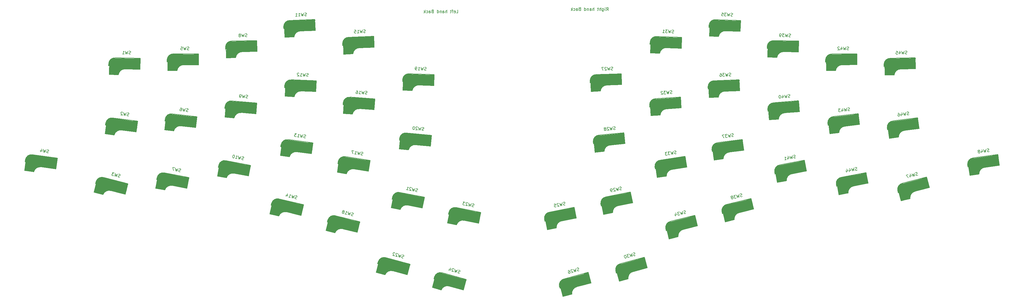
<source format=gbr>
%TF.GenerationSoftware,KiCad,Pcbnew,(6.0.1)*%
%TF.CreationDate,2022-02-27T14:39:43+09:00*%
%TF.ProjectId,ergotonic_f24,6572676f-746f-46e6-9963-5f6632342e6b,rev?*%
%TF.SameCoordinates,Original*%
%TF.FileFunction,Legend,Bot*%
%TF.FilePolarity,Positive*%
%FSLAX46Y46*%
G04 Gerber Fmt 4.6, Leading zero omitted, Abs format (unit mm)*
G04 Created by KiCad (PCBNEW (6.0.1)) date 2022-02-27 14:39:43*
%MOMM*%
%LPD*%
G01*
G04 APERTURE LIST*
%ADD10C,0.150000*%
%ADD11C,1.000000*%
%ADD12C,3.000000*%
%ADD13C,0.500000*%
%ADD14C,0.300000*%
%ADD15C,0.800000*%
%ADD16C,0.400000*%
%ADD17C,3.500000*%
G04 APERTURE END LIST*
D10*
X30114190Y-6167380D02*
X30447523Y-5691190D01*
X30685619Y-6167380D02*
X30685619Y-5167380D01*
X30304666Y-5167380D01*
X30209428Y-5215000D01*
X30161809Y-5262619D01*
X30114190Y-5357857D01*
X30114190Y-5500714D01*
X30161809Y-5595952D01*
X30209428Y-5643571D01*
X30304666Y-5691190D01*
X30685619Y-5691190D01*
X29685619Y-6167380D02*
X29685619Y-5500714D01*
X29685619Y-5167380D02*
X29733238Y-5215000D01*
X29685619Y-5262619D01*
X29638000Y-5215000D01*
X29685619Y-5167380D01*
X29685619Y-5262619D01*
X28780857Y-5500714D02*
X28780857Y-6310238D01*
X28828476Y-6405476D01*
X28876095Y-6453095D01*
X28971333Y-6500714D01*
X29114190Y-6500714D01*
X29209428Y-6453095D01*
X28780857Y-6119761D02*
X28876095Y-6167380D01*
X29066571Y-6167380D01*
X29161809Y-6119761D01*
X29209428Y-6072142D01*
X29257047Y-5976904D01*
X29257047Y-5691190D01*
X29209428Y-5595952D01*
X29161809Y-5548333D01*
X29066571Y-5500714D01*
X28876095Y-5500714D01*
X28780857Y-5548333D01*
X28304666Y-6167380D02*
X28304666Y-5167380D01*
X27876095Y-6167380D02*
X27876095Y-5643571D01*
X27923714Y-5548333D01*
X28018952Y-5500714D01*
X28161809Y-5500714D01*
X28257047Y-5548333D01*
X28304666Y-5595952D01*
X27542761Y-5500714D02*
X27161809Y-5500714D01*
X27399904Y-5167380D02*
X27399904Y-6024523D01*
X27352285Y-6119761D01*
X27257047Y-6167380D01*
X27161809Y-6167380D01*
X26066571Y-6167380D02*
X26066571Y-5167380D01*
X25638000Y-6167380D02*
X25638000Y-5643571D01*
X25685619Y-5548333D01*
X25780857Y-5500714D01*
X25923714Y-5500714D01*
X26018952Y-5548333D01*
X26066571Y-5595952D01*
X24733238Y-6167380D02*
X24733238Y-5643571D01*
X24780857Y-5548333D01*
X24876095Y-5500714D01*
X25066571Y-5500714D01*
X25161809Y-5548333D01*
X24733238Y-6119761D02*
X24828476Y-6167380D01*
X25066571Y-6167380D01*
X25161809Y-6119761D01*
X25209428Y-6024523D01*
X25209428Y-5929285D01*
X25161809Y-5834047D01*
X25066571Y-5786428D01*
X24828476Y-5786428D01*
X24733238Y-5738809D01*
X24257047Y-5500714D02*
X24257047Y-6167380D01*
X24257047Y-5595952D02*
X24209428Y-5548333D01*
X24114190Y-5500714D01*
X23971333Y-5500714D01*
X23876095Y-5548333D01*
X23828476Y-5643571D01*
X23828476Y-6167380D01*
X22923714Y-6167380D02*
X22923714Y-5167380D01*
X22923714Y-6119761D02*
X23018952Y-6167380D01*
X23209428Y-6167380D01*
X23304666Y-6119761D01*
X23352285Y-6072142D01*
X23399904Y-5976904D01*
X23399904Y-5691190D01*
X23352285Y-5595952D01*
X23304666Y-5548333D01*
X23209428Y-5500714D01*
X23018952Y-5500714D01*
X22923714Y-5548333D01*
X21352285Y-5643571D02*
X21209428Y-5691190D01*
X21161809Y-5738809D01*
X21114190Y-5834047D01*
X21114190Y-5976904D01*
X21161809Y-6072142D01*
X21209428Y-6119761D01*
X21304666Y-6167380D01*
X21685619Y-6167380D01*
X21685619Y-5167380D01*
X21352285Y-5167380D01*
X21257047Y-5215000D01*
X21209428Y-5262619D01*
X21161809Y-5357857D01*
X21161809Y-5453095D01*
X21209428Y-5548333D01*
X21257047Y-5595952D01*
X21352285Y-5643571D01*
X21685619Y-5643571D01*
X20257047Y-6167380D02*
X20257047Y-5643571D01*
X20304666Y-5548333D01*
X20399904Y-5500714D01*
X20590380Y-5500714D01*
X20685619Y-5548333D01*
X20257047Y-6119761D02*
X20352285Y-6167380D01*
X20590380Y-6167380D01*
X20685619Y-6119761D01*
X20733238Y-6024523D01*
X20733238Y-5929285D01*
X20685619Y-5834047D01*
X20590380Y-5786428D01*
X20352285Y-5786428D01*
X20257047Y-5738809D01*
X19352285Y-6119761D02*
X19447523Y-6167380D01*
X19638000Y-6167380D01*
X19733238Y-6119761D01*
X19780857Y-6072142D01*
X19828476Y-5976904D01*
X19828476Y-5691190D01*
X19780857Y-5595952D01*
X19733238Y-5548333D01*
X19638000Y-5500714D01*
X19447523Y-5500714D01*
X19352285Y-5548333D01*
X18923714Y-6167380D02*
X18923714Y-5167380D01*
X18828476Y-5786428D02*
X18542761Y-6167380D01*
X18542761Y-5500714D02*
X18923714Y-5881666D01*
X-18955380Y-6929380D02*
X-18479190Y-6929380D01*
X-18479190Y-5929380D01*
X-19669666Y-6881761D02*
X-19574428Y-6929380D01*
X-19383952Y-6929380D01*
X-19288714Y-6881761D01*
X-19241095Y-6786523D01*
X-19241095Y-6405571D01*
X-19288714Y-6310333D01*
X-19383952Y-6262714D01*
X-19574428Y-6262714D01*
X-19669666Y-6310333D01*
X-19717285Y-6405571D01*
X-19717285Y-6500809D01*
X-19241095Y-6596047D01*
X-20002999Y-6262714D02*
X-20383952Y-6262714D01*
X-20145857Y-6929380D02*
X-20145857Y-6072238D01*
X-20193476Y-5977000D01*
X-20288714Y-5929380D01*
X-20383952Y-5929380D01*
X-20574428Y-6262714D02*
X-20955380Y-6262714D01*
X-20717285Y-5929380D02*
X-20717285Y-6786523D01*
X-20764904Y-6881761D01*
X-20860142Y-6929380D01*
X-20955380Y-6929380D01*
X-22050619Y-6929380D02*
X-22050619Y-5929380D01*
X-22479190Y-6929380D02*
X-22479190Y-6405571D01*
X-22431571Y-6310333D01*
X-22336333Y-6262714D01*
X-22193476Y-6262714D01*
X-22098238Y-6310333D01*
X-22050619Y-6357952D01*
X-23383952Y-6929380D02*
X-23383952Y-6405571D01*
X-23336333Y-6310333D01*
X-23241095Y-6262714D01*
X-23050619Y-6262714D01*
X-22955380Y-6310333D01*
X-23383952Y-6881761D02*
X-23288714Y-6929380D01*
X-23050619Y-6929380D01*
X-22955380Y-6881761D01*
X-22907761Y-6786523D01*
X-22907761Y-6691285D01*
X-22955380Y-6596047D01*
X-23050619Y-6548428D01*
X-23288714Y-6548428D01*
X-23383952Y-6500809D01*
X-23860142Y-6262714D02*
X-23860142Y-6929380D01*
X-23860142Y-6357952D02*
X-23907761Y-6310333D01*
X-24002999Y-6262714D01*
X-24145857Y-6262714D01*
X-24241095Y-6310333D01*
X-24288714Y-6405571D01*
X-24288714Y-6929380D01*
X-25193476Y-6929380D02*
X-25193476Y-5929380D01*
X-25193476Y-6881761D02*
X-25098238Y-6929380D01*
X-24907761Y-6929380D01*
X-24812523Y-6881761D01*
X-24764904Y-6834142D01*
X-24717285Y-6738904D01*
X-24717285Y-6453190D01*
X-24764904Y-6357952D01*
X-24812523Y-6310333D01*
X-24907761Y-6262714D01*
X-25098238Y-6262714D01*
X-25193476Y-6310333D01*
X-26764904Y-6405571D02*
X-26907761Y-6453190D01*
X-26955380Y-6500809D01*
X-27002999Y-6596047D01*
X-27002999Y-6738904D01*
X-26955380Y-6834142D01*
X-26907761Y-6881761D01*
X-26812523Y-6929380D01*
X-26431571Y-6929380D01*
X-26431571Y-5929380D01*
X-26764904Y-5929380D01*
X-26860142Y-5977000D01*
X-26907761Y-6024619D01*
X-26955380Y-6119857D01*
X-26955380Y-6215095D01*
X-26907761Y-6310333D01*
X-26860142Y-6357952D01*
X-26764904Y-6405571D01*
X-26431571Y-6405571D01*
X-27860142Y-6929380D02*
X-27860142Y-6405571D01*
X-27812523Y-6310333D01*
X-27717285Y-6262714D01*
X-27526809Y-6262714D01*
X-27431571Y-6310333D01*
X-27860142Y-6881761D02*
X-27764904Y-6929380D01*
X-27526809Y-6929380D01*
X-27431571Y-6881761D01*
X-27383952Y-6786523D01*
X-27383952Y-6691285D01*
X-27431571Y-6596047D01*
X-27526809Y-6548428D01*
X-27764904Y-6548428D01*
X-27860142Y-6500809D01*
X-28764904Y-6881761D02*
X-28669666Y-6929380D01*
X-28479190Y-6929380D01*
X-28383952Y-6881761D01*
X-28336333Y-6834142D01*
X-28288714Y-6738904D01*
X-28288714Y-6453190D01*
X-28336333Y-6357952D01*
X-28383952Y-6310333D01*
X-28479190Y-6262714D01*
X-28669666Y-6262714D01*
X-28764904Y-6310333D01*
X-29193476Y-6929380D02*
X-29193476Y-5929380D01*
X-29288714Y-6548428D02*
X-29574428Y-6929380D01*
X-29574428Y-6262714D02*
X-29193476Y-6643666D01*
%TO.C,U1*%
%TO.C,SW26*%
X21233667Y-91268392D02*
X21108162Y-91351603D01*
X20878299Y-91413668D01*
X20773940Y-91392522D01*
X20715554Y-91358962D01*
X20644756Y-91279429D01*
X20619930Y-91187484D01*
X20641076Y-91083126D01*
X20674636Y-91024740D01*
X20754169Y-90953941D01*
X20925647Y-90858316D01*
X21005179Y-90787518D01*
X21038739Y-90729132D01*
X21059885Y-90624774D01*
X21035059Y-90532828D01*
X20964261Y-90453296D01*
X20905875Y-90419736D01*
X20801517Y-90398589D01*
X20571653Y-90460654D01*
X20446148Y-90543866D01*
X20111926Y-90584784D02*
X20142735Y-91612276D01*
X19772649Y-90972338D01*
X19774953Y-91711580D01*
X19284417Y-90808218D01*
X18987434Y-90987055D02*
X18929048Y-90953495D01*
X18824690Y-90932348D01*
X18594826Y-90994413D01*
X18515293Y-91065212D01*
X18481734Y-91123598D01*
X18460587Y-91227956D01*
X18485413Y-91319902D01*
X18568625Y-91445407D01*
X19269253Y-91848123D01*
X18671608Y-92009492D01*
X17583426Y-91267499D02*
X17767317Y-91217847D01*
X17871675Y-91238994D01*
X17930061Y-91272554D01*
X18059246Y-91385646D01*
X18154870Y-91557124D01*
X18254174Y-91924905D01*
X18233028Y-92029264D01*
X18199468Y-92087650D01*
X18119935Y-92158448D01*
X17936044Y-92208100D01*
X17831686Y-92186954D01*
X17773300Y-92153394D01*
X17702502Y-92073861D01*
X17640437Y-91843998D01*
X17661583Y-91739639D01*
X17695143Y-91681254D01*
X17774675Y-91610455D01*
X17958566Y-91560803D01*
X18062925Y-91581950D01*
X18121311Y-91615509D01*
X18192109Y-91695042D01*
%TO.C,U2*%
%TO.C,SW33*%
X52998149Y-52991089D02*
X52863912Y-53059324D01*
X52628438Y-53094558D01*
X52527201Y-53061557D01*
X52473060Y-53021509D01*
X52411872Y-52934366D01*
X52397778Y-52840176D01*
X52430779Y-52738940D01*
X52470827Y-52684799D01*
X52557970Y-52623610D01*
X52739302Y-52548328D01*
X52826445Y-52487140D01*
X52866493Y-52432999D01*
X52899494Y-52331762D01*
X52885401Y-52237573D01*
X52824213Y-52150430D01*
X52770071Y-52110382D01*
X52668835Y-52077381D01*
X52433361Y-52112615D01*
X52299123Y-52180850D01*
X51962413Y-52183082D02*
X51874921Y-53207306D01*
X51580841Y-52529072D01*
X51498163Y-53263680D01*
X51114707Y-52309924D01*
X50832139Y-52352205D02*
X50219907Y-52443812D01*
X50605944Y-52771243D01*
X50464660Y-52792384D01*
X50377517Y-52853572D01*
X50337469Y-52907713D01*
X50304468Y-53008950D01*
X50339702Y-53244423D01*
X50400890Y-53331566D01*
X50455032Y-53371614D01*
X50556268Y-53404615D01*
X50838837Y-53362335D01*
X50925979Y-53301147D01*
X50966027Y-53247005D01*
X49890244Y-52493140D02*
X49278012Y-52584748D01*
X49664049Y-52912178D01*
X49522765Y-52933319D01*
X49435622Y-52994507D01*
X49395574Y-53048649D01*
X49362573Y-53149885D01*
X49397807Y-53385359D01*
X49458995Y-53472501D01*
X49513136Y-53512549D01*
X49614373Y-53545551D01*
X49896941Y-53503270D01*
X49984084Y-53442082D01*
X50024132Y-53387940D01*
%TO.C,SW36*%
X70815468Y-27592285D02*
X70674378Y-27644910D01*
X70436431Y-27653303D01*
X70339573Y-27609070D01*
X70290306Y-27563159D01*
X70239359Y-27469659D01*
X70236002Y-27374480D01*
X70280235Y-27277622D01*
X70326146Y-27228354D01*
X70419646Y-27177408D01*
X70608325Y-27123105D01*
X70701826Y-27072158D01*
X70747737Y-27022890D01*
X70791969Y-26926033D01*
X70788612Y-26830854D01*
X70737666Y-26737353D01*
X70688398Y-26691442D01*
X70591540Y-26647210D01*
X70353593Y-26655602D01*
X70212503Y-26708227D01*
X69877699Y-26672387D02*
X69675000Y-27680158D01*
X69459464Y-26973031D01*
X69294284Y-27693586D01*
X69021088Y-26702600D01*
X68735552Y-26712671D02*
X68116889Y-26734492D01*
X68463443Y-27103458D01*
X68320674Y-27108493D01*
X68227174Y-27159440D01*
X68181263Y-27208708D01*
X68137031Y-27305565D01*
X68145423Y-27543512D01*
X68196369Y-27637013D01*
X68245637Y-27682924D01*
X68342495Y-27727156D01*
X68628032Y-27717085D01*
X68721532Y-27666139D01*
X68767443Y-27616871D01*
X67260278Y-26764704D02*
X67450636Y-26757991D01*
X67547494Y-26802223D01*
X67596762Y-26848134D01*
X67696976Y-26987545D01*
X67751279Y-27176225D01*
X67764707Y-27556940D01*
X67720475Y-27653798D01*
X67674564Y-27703066D01*
X67581063Y-27754012D01*
X67390706Y-27760726D01*
X67293848Y-27716494D01*
X67244580Y-27670583D01*
X67193634Y-27577082D01*
X67185241Y-27339135D01*
X67229474Y-27242278D01*
X67275385Y-27193010D01*
X67368885Y-27142063D01*
X67559243Y-27135349D01*
X67656100Y-27179582D01*
X67705368Y-27225493D01*
X67756315Y-27318993D01*
%TO.C,SW47*%
X131919455Y-60035786D02*
X131792914Y-60117414D01*
X131562289Y-60176586D01*
X131458204Y-60154130D01*
X131400245Y-60119839D01*
X131330451Y-60039423D01*
X131306783Y-59947173D01*
X131329239Y-59843088D01*
X131363530Y-59785129D01*
X131443946Y-59715335D01*
X131616612Y-59621873D01*
X131697027Y-59552079D01*
X131731318Y-59494120D01*
X131753775Y-59390035D01*
X131730106Y-59297785D01*
X131660312Y-59217369D01*
X131602353Y-59183079D01*
X131498268Y-59160622D01*
X131267643Y-59219794D01*
X131141102Y-59301422D01*
X130806392Y-59338137D02*
X130824288Y-60365935D01*
X130462272Y-59721396D01*
X130455287Y-60460610D01*
X129976141Y-59551155D01*
X129274855Y-60075214D02*
X129440535Y-60720965D01*
X129410806Y-59647042D02*
X129818946Y-60279746D01*
X129219320Y-60433592D01*
X128776889Y-59858847D02*
X128131138Y-60024528D01*
X128794784Y-60886645D01*
%TO.C,SW38*%
X74537588Y-67013765D02*
X74409752Y-67093350D01*
X74178207Y-67148811D01*
X74074496Y-67124687D01*
X74017095Y-67089470D01*
X73948601Y-67007944D01*
X73926417Y-66915325D01*
X73950542Y-66811615D01*
X73985759Y-66754213D01*
X74067285Y-66685720D01*
X74241429Y-66595042D01*
X74322955Y-66526548D01*
X74358172Y-66469147D01*
X74382297Y-66365437D01*
X74360112Y-66272818D01*
X74291619Y-66191292D01*
X74234218Y-66156075D01*
X74130507Y-66131951D01*
X73898961Y-66187412D01*
X73771126Y-66266997D01*
X73435870Y-66298334D02*
X73437260Y-67326287D01*
X73085641Y-66676018D01*
X73066787Y-67415024D01*
X72602305Y-66497993D01*
X72324450Y-66564546D02*
X71722432Y-66708745D01*
X72135333Y-67001573D01*
X71996406Y-67034849D01*
X71914880Y-67103343D01*
X71879663Y-67160744D01*
X71855538Y-67264455D01*
X71910999Y-67496000D01*
X71979493Y-67577526D01*
X72036894Y-67612743D01*
X72140604Y-67636868D01*
X72418459Y-67570315D01*
X72499985Y-67501821D01*
X72535202Y-67444420D01*
X71266552Y-67258634D02*
X71348078Y-67190140D01*
X71383295Y-67132739D01*
X71407419Y-67029028D01*
X71396327Y-66982719D01*
X71327834Y-66901193D01*
X71270432Y-66865976D01*
X71166722Y-66841851D01*
X70981485Y-66886220D01*
X70899959Y-66954714D01*
X70864742Y-67012115D01*
X70840618Y-67115826D01*
X70851710Y-67162135D01*
X70920203Y-67243661D01*
X70977605Y-67278878D01*
X71081315Y-67303002D01*
X71266552Y-67258634D01*
X71370262Y-67282758D01*
X71427664Y-67317975D01*
X71496157Y-67399501D01*
X71540526Y-67584738D01*
X71516401Y-67688448D01*
X71481184Y-67745850D01*
X71399658Y-67814343D01*
X71214422Y-67858712D01*
X71110711Y-67834587D01*
X71053310Y-67799370D01*
X70984816Y-67717844D01*
X70940447Y-67532608D01*
X70964572Y-67428897D01*
X70999789Y-67371496D01*
X71081315Y-67303002D01*
%TO.C,SW16*%
X-48182017Y-33548213D02*
X-48327596Y-33586717D01*
X-48565216Y-33571684D01*
X-48657258Y-33518147D01*
X-48701775Y-33467616D01*
X-48743286Y-33369562D01*
X-48737273Y-33274514D01*
X-48683735Y-33182472D01*
X-48633205Y-33137955D01*
X-48535150Y-33096444D01*
X-48342047Y-33060946D01*
X-48243993Y-33019436D01*
X-48193462Y-32974918D01*
X-48139925Y-32882877D01*
X-48133912Y-32787829D01*
X-48175422Y-32689774D01*
X-48219940Y-32639243D01*
X-48311981Y-32585706D01*
X-48549601Y-32570673D01*
X-48695180Y-32609177D01*
X-49024842Y-32540607D02*
X-49325601Y-33523578D01*
X-49470598Y-32798691D01*
X-49705793Y-33499526D01*
X-49880274Y-32486488D01*
X-50846370Y-33427367D02*
X-50276082Y-33463446D01*
X-50561226Y-33445406D02*
X-50498087Y-32447402D01*
X-50412059Y-32595987D01*
X-50323024Y-32697048D01*
X-50230982Y-32750586D01*
X-51638664Y-32375243D02*
X-51448568Y-32387269D01*
X-51356526Y-32440807D01*
X-51312009Y-32491337D01*
X-51225980Y-32639923D01*
X-51190483Y-32833025D01*
X-51214536Y-33213218D01*
X-51268073Y-33305259D01*
X-51318604Y-33349777D01*
X-51416658Y-33391287D01*
X-51606755Y-33379261D01*
X-51698796Y-33325724D01*
X-51743313Y-33275193D01*
X-51784824Y-33177138D01*
X-51769791Y-32939518D01*
X-51716254Y-32847477D01*
X-51665723Y-32802959D01*
X-51567669Y-32761449D01*
X-51377572Y-32773475D01*
X-51285531Y-32827012D01*
X-51241014Y-32877543D01*
X-51199503Y-32975598D01*
%TO.C,SW5*%
X-106408163Y-19038897D02*
X-106551259Y-19085792D01*
X-106789351Y-19084587D01*
X-106884347Y-19036487D01*
X-106931725Y-18988627D01*
X-106978861Y-18893149D01*
X-106978379Y-18797912D01*
X-106930279Y-18702917D01*
X-106882419Y-18655539D01*
X-106786941Y-18608403D01*
X-106596226Y-18561748D01*
X-106500749Y-18514612D01*
X-106452889Y-18467235D01*
X-106404789Y-18372239D01*
X-106404307Y-18277002D01*
X-106451443Y-18181524D01*
X-106498820Y-18133664D01*
X-106593816Y-18085564D01*
X-106831908Y-18084359D01*
X-106975005Y-18131254D01*
X-107308093Y-18081949D02*
X-107551246Y-19080731D01*
X-107738105Y-18365490D01*
X-107932194Y-19078803D01*
X-108165225Y-18077610D01*
X-109022357Y-18073272D02*
X-108546172Y-18075682D01*
X-108500964Y-18552108D01*
X-108548341Y-18504248D01*
X-108643337Y-18456148D01*
X-108881429Y-18454942D01*
X-108976907Y-18502079D01*
X-109024767Y-18549456D01*
X-109072867Y-18644452D01*
X-109074072Y-18882544D01*
X-109026936Y-18978022D01*
X-108979559Y-19025882D01*
X-108884563Y-19073982D01*
X-108646471Y-19075187D01*
X-108550993Y-19028051D01*
X-108503133Y-18980673D01*
%TO.C,SW37*%
X71706776Y-47377083D02*
X71571495Y-47443225D01*
X71335502Y-47474797D01*
X71234791Y-47440227D01*
X71181278Y-47399343D01*
X71121451Y-47311260D01*
X71108822Y-47216863D01*
X71143392Y-47116152D01*
X71184276Y-47062639D01*
X71272358Y-47002811D01*
X71454838Y-46930355D01*
X71542921Y-46870528D01*
X71583805Y-46817015D01*
X71618375Y-46716303D01*
X71605746Y-46621906D01*
X71545919Y-46533824D01*
X71492406Y-46492939D01*
X71391694Y-46458370D01*
X71155702Y-46489942D01*
X71020420Y-46556083D01*
X70683716Y-46553086D02*
X70580326Y-47575827D01*
X70296816Y-46893107D01*
X70202738Y-47626342D01*
X69834142Y-46666745D01*
X69550951Y-46704631D02*
X68937370Y-46786718D01*
X69318275Y-47120106D01*
X69176680Y-47139049D01*
X69088597Y-47198877D01*
X69047713Y-47252389D01*
X69013143Y-47353101D01*
X69044715Y-47589094D01*
X69104542Y-47677176D01*
X69158055Y-47718060D01*
X69258767Y-47752630D01*
X69541958Y-47714744D01*
X69630041Y-47654916D01*
X69670925Y-47601404D01*
X68606980Y-46830919D02*
X67946201Y-46919321D01*
X68503590Y-47853661D01*
%TO.C,SW9*%
X-87238265Y-34822227D02*
X-87384469Y-34858287D01*
X-87621804Y-34839274D01*
X-87712935Y-34784203D01*
X-87756600Y-34732933D01*
X-87796462Y-34634197D01*
X-87788857Y-34539263D01*
X-87733785Y-34448131D01*
X-87682516Y-34404467D01*
X-87583779Y-34364605D01*
X-87390109Y-34332347D01*
X-87291373Y-34292485D01*
X-87240103Y-34248821D01*
X-87185031Y-34157689D01*
X-87177427Y-34062755D01*
X-87217289Y-33964019D01*
X-87260953Y-33912749D01*
X-87352085Y-33857677D01*
X-87589420Y-33838665D01*
X-87735623Y-33874725D01*
X-88064090Y-33800641D02*
X-88381276Y-34778436D01*
X-88514107Y-34051221D01*
X-88761012Y-34748016D01*
X-88918496Y-33732197D01*
X-89425549Y-34694782D02*
X-89615417Y-34679573D01*
X-89706549Y-34624501D01*
X-89750213Y-34573231D01*
X-89833740Y-34423225D01*
X-89865997Y-34229555D01*
X-89835578Y-33849819D01*
X-89780506Y-33758688D01*
X-89729237Y-33715023D01*
X-89630500Y-33675161D01*
X-89440632Y-33690371D01*
X-89349501Y-33745442D01*
X-89305836Y-33796712D01*
X-89265974Y-33895448D01*
X-89284986Y-34132783D01*
X-89340058Y-34223915D01*
X-89391328Y-34267579D01*
X-89490064Y-34307441D01*
X-89679932Y-34292232D01*
X-89771063Y-34237160D01*
X-89814728Y-34185890D01*
X-89854590Y-34087154D01*
%TO.C,SW44*%
X112113331Y-58386762D02*
X111981991Y-58460421D01*
X111748152Y-58505239D01*
X111645653Y-58476399D01*
X111589922Y-58438595D01*
X111525226Y-58354023D01*
X111507299Y-58260488D01*
X111536139Y-58157988D01*
X111573943Y-58102257D01*
X111658515Y-58037562D01*
X111836622Y-57954939D01*
X111921194Y-57890244D01*
X111958998Y-57834512D01*
X111987839Y-57732013D01*
X111969911Y-57638477D01*
X111905216Y-57553905D01*
X111849484Y-57516101D01*
X111746985Y-57487261D01*
X111513146Y-57532080D01*
X111381807Y-57605739D01*
X111045468Y-57621717D02*
X110999868Y-58648659D01*
X110678341Y-57982997D01*
X110625726Y-58720369D01*
X110203648Y-57783064D01*
X109471342Y-58262822D02*
X109596835Y-58917571D01*
X109633471Y-57843861D02*
X110001766Y-58500559D01*
X109393785Y-58617088D01*
X108535987Y-58442097D02*
X108661479Y-59096846D01*
X108698116Y-58023136D02*
X109066411Y-58679834D01*
X108458429Y-58796363D01*
%TO.C,SW30*%
X39622253Y-86301464D02*
X39496763Y-86384698D01*
X39266910Y-86446803D01*
X39162548Y-86425675D01*
X39104156Y-86392125D01*
X39033344Y-86312605D01*
X39008501Y-86220664D01*
X39029630Y-86116302D01*
X39063180Y-86057910D01*
X39142700Y-85987097D01*
X39314161Y-85891443D01*
X39393681Y-85820630D01*
X39427230Y-85762239D01*
X39448359Y-85657877D01*
X39423517Y-85565935D01*
X39352704Y-85486415D01*
X39294313Y-85452866D01*
X39189951Y-85431737D01*
X38960098Y-85493842D01*
X38834607Y-85577076D01*
X38500392Y-85618053D02*
X38531381Y-86645539D01*
X38161183Y-86005665D01*
X38163617Y-86744908D01*
X37672922Y-85841631D01*
X37397099Y-85916157D02*
X36799482Y-86077631D01*
X37220644Y-86358448D01*
X37082732Y-86395711D01*
X37003212Y-86466524D01*
X36969663Y-86524915D01*
X36948534Y-86629277D01*
X37010639Y-86859130D01*
X37081452Y-86938650D01*
X37139843Y-86972200D01*
X37244205Y-86993328D01*
X37520029Y-86918802D01*
X37599549Y-86847989D01*
X37633098Y-86789598D01*
X36201865Y-86239104D02*
X36109923Y-86263946D01*
X36030403Y-86334759D01*
X35996854Y-86393150D01*
X35975725Y-86497512D01*
X35979439Y-86693815D01*
X36041544Y-86923668D01*
X36137199Y-87095129D01*
X36208011Y-87174650D01*
X36266403Y-87208199D01*
X36370765Y-87229328D01*
X36462706Y-87204486D01*
X36542226Y-87133673D01*
X36575776Y-87075281D01*
X36596904Y-86970919D01*
X36593191Y-86774616D01*
X36531086Y-86544763D01*
X36435431Y-86373302D01*
X36364618Y-86293782D01*
X36306227Y-86260232D01*
X36201865Y-86239104D01*
%TO.C,SW45*%
X128416663Y-20362692D02*
X128274764Y-20413095D01*
X128036714Y-20417749D01*
X127940564Y-20372000D01*
X127892023Y-20325321D01*
X127842552Y-20231032D01*
X127840690Y-20135812D01*
X127886438Y-20039661D01*
X127933117Y-19991121D01*
X128027407Y-19941649D01*
X128216916Y-19890316D01*
X128311205Y-19840844D01*
X128357884Y-19792304D01*
X128403632Y-19696153D01*
X128401771Y-19600933D01*
X128352299Y-19506644D01*
X128303758Y-19459965D01*
X128207608Y-19414216D01*
X127969558Y-19418870D01*
X127827659Y-19469273D01*
X127493459Y-19428178D02*
X127274955Y-20432641D01*
X127070554Y-19722215D01*
X126894076Y-20440087D01*
X126636479Y-19444932D01*
X125833626Y-19794025D02*
X125846657Y-20460565D01*
X126064229Y-19408492D02*
X126316241Y-20117987D01*
X125697311Y-20130087D01*
X124827301Y-19480302D02*
X125303401Y-19470994D01*
X125360319Y-19946163D01*
X125311778Y-19899484D01*
X125215627Y-19853735D01*
X124977577Y-19858389D01*
X124883288Y-19907861D01*
X124836609Y-19956402D01*
X124790861Y-20052552D01*
X124795515Y-20290602D01*
X124844986Y-20384891D01*
X124893527Y-20431570D01*
X124989678Y-20477319D01*
X125227727Y-20472665D01*
X125322017Y-20423193D01*
X125368696Y-20374652D01*
%TO.C,SW13*%
X-68321093Y-47830032D02*
X-68469003Y-47858288D01*
X-68704996Y-47826716D01*
X-68793079Y-47766888D01*
X-68833963Y-47713375D01*
X-68868533Y-47612664D01*
X-68855904Y-47518267D01*
X-68796077Y-47430184D01*
X-68742564Y-47389300D01*
X-68641852Y-47354730D01*
X-68446744Y-47332789D01*
X-68346032Y-47298220D01*
X-68292519Y-47257335D01*
X-68232692Y-47169253D01*
X-68220063Y-47074856D01*
X-68254633Y-46974144D01*
X-68295517Y-46920631D01*
X-68383600Y-46860804D01*
X-68619592Y-46829232D01*
X-68767502Y-46857487D01*
X-69091578Y-46766088D02*
X-69460173Y-47725685D01*
X-69554251Y-46992450D01*
X-69837761Y-47675170D01*
X-69941151Y-46652429D01*
X-70970526Y-47523624D02*
X-70404144Y-47599397D01*
X-70687335Y-47561511D02*
X-70554732Y-46570342D01*
X-70479278Y-46724566D01*
X-70397510Y-46831592D01*
X-70309428Y-46891419D01*
X-71168313Y-46488254D02*
X-71781894Y-46406167D01*
X-71502020Y-46827956D01*
X-71643615Y-46809013D01*
X-71744327Y-46843583D01*
X-71797840Y-46884467D01*
X-71857667Y-46972550D01*
X-71889239Y-47208542D01*
X-71854669Y-47309254D01*
X-71813785Y-47362767D01*
X-71725703Y-47422594D01*
X-71442511Y-47460480D01*
X-71341800Y-47425911D01*
X-71288287Y-47385027D01*
%TO.C,SW14*%
X-71215703Y-67809439D02*
X-71365722Y-67822471D01*
X-71597268Y-67767010D01*
X-71678794Y-67698517D01*
X-71714011Y-67641115D01*
X-71738136Y-67537405D01*
X-71715951Y-67444787D01*
X-71647458Y-67363261D01*
X-71590057Y-67328044D01*
X-71486346Y-67303919D01*
X-71290017Y-67301979D01*
X-71186307Y-67277854D01*
X-71128905Y-67242637D01*
X-71060412Y-67161111D01*
X-71038228Y-67068493D01*
X-71062352Y-66964782D01*
X-71097569Y-66907381D01*
X-71179095Y-66838887D01*
X-71410641Y-66783426D01*
X-71560661Y-66796459D01*
X-71873732Y-66672504D02*
X-72338214Y-67589535D01*
X-72357068Y-66850529D01*
X-72708688Y-67500798D01*
X-72707297Y-66472845D01*
X-73820107Y-67234585D02*
X-73264397Y-67367691D01*
X-73542252Y-67301138D02*
X-73309316Y-66328646D01*
X-73249974Y-66489758D01*
X-73179540Y-66604560D01*
X-73098014Y-66673054D01*
X-74498381Y-66386597D02*
X-74653672Y-67034925D01*
X-74178097Y-66071585D02*
X-74112935Y-66821683D01*
X-74714954Y-66677485D01*
%TO.C,SW19*%
X-28827743Y-25715689D02*
X-28972190Y-25758243D01*
X-29210137Y-25749850D01*
X-29303638Y-25698904D01*
X-29349549Y-25649636D01*
X-29393781Y-25552778D01*
X-29390424Y-25457599D01*
X-29339478Y-25364099D01*
X-29290210Y-25318188D01*
X-29193353Y-25273956D01*
X-29001316Y-25233080D01*
X-28904459Y-25188848D01*
X-28855191Y-25142937D01*
X-28804244Y-25049436D01*
X-28800887Y-24954257D01*
X-28845120Y-24857400D01*
X-28891031Y-24808132D01*
X-28984531Y-24757186D01*
X-29222479Y-24748793D01*
X-29366925Y-24791347D01*
X-29698373Y-24732008D02*
X-29971569Y-25722994D01*
X-30136749Y-25002438D01*
X-30352284Y-25709566D01*
X-30554983Y-24701795D01*
X-31494431Y-25669282D02*
X-30923358Y-25689424D01*
X-31208895Y-25679353D02*
X-31173646Y-24679975D01*
X-31083503Y-24826100D01*
X-30991681Y-24924636D01*
X-30898181Y-24975583D01*
X-31970326Y-25652498D02*
X-32160684Y-25645784D01*
X-32254184Y-25594837D01*
X-32300095Y-25545569D01*
X-32390239Y-25399444D01*
X-32431114Y-25207408D01*
X-32417686Y-24826692D01*
X-32366740Y-24733191D01*
X-32317472Y-24687280D01*
X-32220614Y-24643048D01*
X-32030257Y-24649762D01*
X-31936756Y-24700708D01*
X-31890845Y-24749976D01*
X-31846613Y-24846834D01*
X-31855005Y-25084781D01*
X-31905952Y-25178281D01*
X-31955220Y-25224192D01*
X-32052077Y-25268425D01*
X-32242435Y-25261711D01*
X-32335935Y-25210764D01*
X-32381846Y-25161497D01*
X-32426079Y-25064639D01*
%TO.C,SW40*%
X90168536Y-34587493D02*
X90029937Y-34646367D01*
X89792602Y-34665379D01*
X89693866Y-34625517D01*
X89642596Y-34581852D01*
X89587525Y-34490721D01*
X89579920Y-34395787D01*
X89619782Y-34297050D01*
X89663446Y-34245781D01*
X89754578Y-34190709D01*
X89940644Y-34128032D01*
X90031775Y-34072961D01*
X90075440Y-34021691D01*
X90115302Y-33922955D01*
X90107697Y-33828021D01*
X90052625Y-33736889D01*
X90001356Y-33693225D01*
X89902619Y-33653363D01*
X89665284Y-33672375D01*
X89526686Y-33731249D01*
X89190614Y-33710399D02*
X89033130Y-34726218D01*
X88786226Y-34029423D01*
X88653395Y-34756637D01*
X88336209Y-33778843D01*
X87555887Y-34175753D02*
X87609121Y-34840291D01*
X87762802Y-33777005D02*
X88057174Y-34469998D01*
X87440103Y-34519429D01*
X86817265Y-33900520D02*
X86722331Y-33908125D01*
X86631199Y-33963197D01*
X86587535Y-34014466D01*
X86547673Y-34113203D01*
X86515415Y-34306873D01*
X86534427Y-34544208D01*
X86597104Y-34730274D01*
X86652176Y-34821405D01*
X86703445Y-34865070D01*
X86802182Y-34904932D01*
X86897116Y-34897327D01*
X86988247Y-34842255D01*
X87031912Y-34790986D01*
X87071774Y-34692249D01*
X87104031Y-34498579D01*
X87085019Y-34261244D01*
X87022343Y-34075179D01*
X86967271Y-33984047D01*
X86916001Y-33940382D01*
X86817265Y-33900520D01*
%TO.C,SW42*%
X109347782Y-19024018D02*
X109205168Y-19072360D01*
X108967075Y-19073565D01*
X108871597Y-19026429D01*
X108823738Y-18979051D01*
X108775637Y-18884055D01*
X108775155Y-18788818D01*
X108822292Y-18693341D01*
X108869669Y-18645481D01*
X108964665Y-18597381D01*
X109154898Y-18548798D01*
X109249894Y-18500698D01*
X109297271Y-18452838D01*
X109344408Y-18357360D01*
X109343925Y-18262123D01*
X109295825Y-18167128D01*
X109247966Y-18119750D01*
X109152488Y-18072614D01*
X108914395Y-18073819D01*
X108771781Y-18122160D01*
X108438211Y-18076229D02*
X108205180Y-19077421D01*
X108011091Y-18364109D01*
X107824233Y-19079350D01*
X107581079Y-18080567D01*
X106773253Y-18417994D02*
X106776627Y-19084652D01*
X107009417Y-18035841D02*
X107251124Y-18748913D01*
X106632085Y-18752046D01*
X106295863Y-18182312D02*
X106248004Y-18134934D01*
X106152526Y-18087798D01*
X105914434Y-18089003D01*
X105819438Y-18137104D01*
X105772061Y-18184963D01*
X105724924Y-18280441D01*
X105725406Y-18375678D01*
X105773748Y-18518292D01*
X106348061Y-19086821D01*
X105729022Y-19089954D01*
%TO.C,SW34*%
X56112611Y-72535827D02*
X55985518Y-72616592D01*
X55754495Y-72674192D01*
X55650566Y-72651028D01*
X55592841Y-72616343D01*
X55523597Y-72535454D01*
X55500556Y-72443045D01*
X55523721Y-72339116D01*
X55558405Y-72281391D01*
X55639294Y-72212147D01*
X55812592Y-72119862D01*
X55893481Y-72050617D01*
X55928166Y-71992892D01*
X55951330Y-71888963D01*
X55928290Y-71796554D01*
X55859045Y-71715665D01*
X55801321Y-71680980D01*
X55697391Y-71657816D01*
X55466369Y-71715416D01*
X55339275Y-71796181D01*
X55004323Y-71830617D02*
X55015222Y-72858514D01*
X54657603Y-72211526D01*
X54645586Y-72950674D01*
X54172641Y-72037979D01*
X53895414Y-72107100D02*
X53294754Y-72256861D01*
X53710347Y-72545857D01*
X53571733Y-72580417D01*
X53490844Y-72649662D01*
X53456160Y-72707386D01*
X53432995Y-72811315D01*
X53490596Y-73042338D01*
X53559841Y-73123227D01*
X53617565Y-73157912D01*
X53721495Y-73181076D01*
X53998722Y-73111956D01*
X54079611Y-73042711D01*
X54114295Y-72984986D01*
X52543713Y-72787654D02*
X52704994Y-73434518D01*
X52682575Y-72360417D02*
X53086399Y-72995885D01*
X52485740Y-73145646D01*
%TO.C,SW8*%
X-87398111Y-14723131D02*
X-87540063Y-14773385D01*
X-87778118Y-14777790D01*
X-87874220Y-14731940D01*
X-87922712Y-14685211D01*
X-87972085Y-14590870D01*
X-87973847Y-14495648D01*
X-87927998Y-14399545D01*
X-87881268Y-14351053D01*
X-87786927Y-14301681D01*
X-87597364Y-14250546D01*
X-87503023Y-14201173D01*
X-87456293Y-14152681D01*
X-87410444Y-14056579D01*
X-87412206Y-13961357D01*
X-87461579Y-13867016D01*
X-87510071Y-13820286D01*
X-87606174Y-13774437D01*
X-87844228Y-13778842D01*
X-87986180Y-13829095D01*
X-88320337Y-13787651D02*
X-88539892Y-14791884D01*
X-88743550Y-14081245D01*
X-88920779Y-14798932D01*
X-89177333Y-13803507D01*
X-89693125Y-14241696D02*
X-89598784Y-14192323D01*
X-89552054Y-14143831D01*
X-89506205Y-14047728D01*
X-89507086Y-14000118D01*
X-89556459Y-13905777D01*
X-89604950Y-13859047D01*
X-89701053Y-13813198D01*
X-89891497Y-13816721D01*
X-89985838Y-13866094D01*
X-90032568Y-13914586D01*
X-90078417Y-14010689D01*
X-90077536Y-14058300D01*
X-90028163Y-14152640D01*
X-89979671Y-14199370D01*
X-89883568Y-14245219D01*
X-89693125Y-14241696D01*
X-89597022Y-14287545D01*
X-89548530Y-14334275D01*
X-89499157Y-14428616D01*
X-89495634Y-14619059D01*
X-89541483Y-14715162D01*
X-89588213Y-14763654D01*
X-89682554Y-14813027D01*
X-89872997Y-14816550D01*
X-89969100Y-14770701D01*
X-90017592Y-14723971D01*
X-90066965Y-14629630D01*
X-90070488Y-14439187D01*
X-90024639Y-14343084D01*
X-89977909Y-14294592D01*
X-89883568Y-14245219D01*
%TO.C,SW28*%
X33038184Y-45092511D02*
X32900474Y-45153434D01*
X32663447Y-45175965D01*
X32564130Y-45137572D01*
X32512218Y-45094673D01*
X32455801Y-45004369D01*
X32446788Y-44909558D01*
X32485181Y-44810241D01*
X32528081Y-44758329D01*
X32618385Y-44701912D01*
X32803500Y-44636482D01*
X32893805Y-44580064D01*
X32936704Y-44528152D01*
X32975097Y-44428836D01*
X32966085Y-44334025D01*
X32909667Y-44243720D01*
X32857756Y-44200821D01*
X32758439Y-44162428D01*
X32521412Y-44184959D01*
X32383702Y-44245883D01*
X32047358Y-44230021D02*
X31904961Y-45248064D01*
X31647747Y-44555008D01*
X31525718Y-45284113D01*
X31194062Y-44311132D01*
X30871237Y-44437486D02*
X30819325Y-44394586D01*
X30720008Y-44356193D01*
X30482982Y-44378724D01*
X30392677Y-44435142D01*
X30349778Y-44487053D01*
X30311385Y-44586370D01*
X30320397Y-44681181D01*
X30381321Y-44818891D01*
X31004259Y-45333681D01*
X30387990Y-45392261D01*
X29765051Y-44877471D02*
X29855356Y-44821054D01*
X29898255Y-44769142D01*
X29936648Y-44669825D01*
X29932142Y-44622420D01*
X29875724Y-44532115D01*
X29823813Y-44489216D01*
X29724496Y-44450823D01*
X29534874Y-44468848D01*
X29444570Y-44525265D01*
X29401671Y-44577177D01*
X29363278Y-44676494D01*
X29367784Y-44723899D01*
X29424201Y-44814204D01*
X29476113Y-44857103D01*
X29575430Y-44895496D01*
X29765051Y-44877471D01*
X29864368Y-44915864D01*
X29916280Y-44958763D01*
X29972697Y-45049068D01*
X29990722Y-45238689D01*
X29952329Y-45338006D01*
X29909430Y-45389918D01*
X29819125Y-45446336D01*
X29629504Y-45464360D01*
X29530187Y-45425967D01*
X29478275Y-45383068D01*
X29421858Y-45292763D01*
X29403833Y-45103142D01*
X29442226Y-45003825D01*
X29485125Y-44951914D01*
X29575430Y-44895496D01*
%TO.C,SW2*%
X-126121793Y-40658909D02*
X-126269678Y-40687293D01*
X-126505698Y-40655927D01*
X-126593833Y-40596177D01*
X-126634764Y-40542699D01*
X-126669422Y-40442018D01*
X-126656875Y-40347610D01*
X-126597125Y-40259475D01*
X-126543648Y-40218544D01*
X-126442966Y-40183887D01*
X-126247877Y-40161775D01*
X-126147196Y-40127118D01*
X-126093718Y-40086187D01*
X-126033968Y-39998052D01*
X-126021422Y-39903644D01*
X-126056079Y-39802963D01*
X-126097010Y-39749486D01*
X-126185145Y-39689735D01*
X-126421165Y-39658369D01*
X-126569050Y-39686754D01*
X-126893205Y-39595637D02*
X-127260963Y-40555556D01*
X-127355681Y-39822402D01*
X-127638595Y-40505370D01*
X-127742878Y-39482719D01*
X-128085853Y-39533215D02*
X-128126783Y-39479738D01*
X-128214918Y-39419987D01*
X-128450938Y-39388621D01*
X-128551620Y-39423279D01*
X-128605097Y-39464210D01*
X-128664847Y-39552344D01*
X-128677394Y-39646752D01*
X-128649009Y-39794638D01*
X-128157839Y-40436365D01*
X-128771492Y-40354813D01*
%TO.C,SW7*%
X-109227225Y-58940118D02*
X-109376493Y-58959995D01*
X-109610331Y-58915176D01*
X-109694903Y-58850481D01*
X-109732707Y-58794749D01*
X-109761548Y-58692250D01*
X-109743620Y-58598714D01*
X-109678925Y-58514143D01*
X-109623193Y-58476339D01*
X-109520694Y-58447498D01*
X-109324659Y-58436585D01*
X-109222160Y-58407745D01*
X-109166428Y-58369941D01*
X-109101733Y-58285369D01*
X-109083806Y-58191834D01*
X-109112646Y-58089334D01*
X-109150450Y-58033603D01*
X-109235022Y-57968908D01*
X-109468861Y-57924089D01*
X-109618128Y-57943966D01*
X-109936539Y-57834452D02*
X-110358616Y-58771756D01*
X-110411231Y-58034385D01*
X-110732758Y-58700046D01*
X-110778359Y-57673104D01*
X-111058965Y-57619322D02*
X-111713714Y-57493830D01*
X-111481043Y-58556627D01*
%TO.C,SW32*%
X51591049Y-33332540D02*
X51451484Y-33389084D01*
X51213863Y-33404117D01*
X51115809Y-33362607D01*
X51065278Y-33318089D01*
X51011741Y-33226048D01*
X51005728Y-33131000D01*
X51047238Y-33032945D01*
X51091756Y-32982414D01*
X51183797Y-32928877D01*
X51370887Y-32869327D01*
X51462928Y-32815789D01*
X51507446Y-32765259D01*
X51548956Y-32667204D01*
X51542943Y-32572156D01*
X51489406Y-32480114D01*
X51438875Y-32435597D01*
X51340821Y-32394086D01*
X51103200Y-32409119D01*
X50963635Y-32465663D01*
X50627960Y-32439185D02*
X50453479Y-33452223D01*
X50218283Y-32751389D01*
X50073287Y-33476276D01*
X49772527Y-32493304D01*
X49487383Y-32511344D02*
X48869571Y-32550430D01*
X49226292Y-32909576D01*
X49083720Y-32918596D01*
X48991678Y-32972133D01*
X48947161Y-33022664D01*
X48905650Y-33120719D01*
X48920683Y-33358339D01*
X48974220Y-33450380D01*
X49024751Y-33494898D01*
X49122806Y-33536408D01*
X49407950Y-33518369D01*
X49499992Y-33464831D01*
X49544509Y-33414301D01*
X48495392Y-32669531D02*
X48444861Y-32625014D01*
X48346806Y-32583503D01*
X48109186Y-32598536D01*
X48017145Y-32652073D01*
X47972627Y-32702604D01*
X47931117Y-32800659D01*
X47937130Y-32895707D01*
X47993674Y-33035272D01*
X48600041Y-33569481D01*
X47982229Y-33608567D01*
%TO.C,SW3*%
X-129072025Y-60766353D02*
X-129222235Y-60776975D01*
X-129452860Y-60717803D01*
X-129533276Y-60648009D01*
X-129567567Y-60590050D01*
X-129590023Y-60485966D01*
X-129566354Y-60393715D01*
X-129496561Y-60313300D01*
X-129438601Y-60279009D01*
X-129334517Y-60256552D01*
X-129138182Y-60257765D01*
X-129034098Y-60235308D01*
X-128976138Y-60201018D01*
X-128906345Y-60120602D01*
X-128882676Y-60028352D01*
X-128905132Y-59924267D01*
X-128939423Y-59866308D01*
X-129019839Y-59796514D01*
X-129250464Y-59737342D01*
X-129400674Y-59747964D01*
X-129711715Y-59618999D02*
X-130190861Y-60528454D01*
X-130197847Y-59789241D01*
X-130559862Y-60433779D01*
X-130541966Y-59405981D01*
X-130818717Y-59334975D02*
X-131418343Y-59181129D01*
X-131190142Y-59632970D01*
X-131328517Y-59597467D01*
X-131432602Y-59619923D01*
X-131490561Y-59654214D01*
X-131560355Y-59734630D01*
X-131619526Y-59965255D01*
X-131597070Y-60069340D01*
X-131562779Y-60127299D01*
X-131482363Y-60197093D01*
X-131205613Y-60268099D01*
X-131101528Y-60245642D01*
X-131043569Y-60211352D01*
%TO.C,SW1*%
X-125477568Y-20420152D02*
X-125621328Y-20464970D01*
X-125859378Y-20460316D01*
X-125953667Y-20410844D01*
X-126000346Y-20362303D01*
X-126046095Y-20266153D01*
X-126044233Y-20170933D01*
X-125994762Y-20076644D01*
X-125946221Y-20029965D01*
X-125850070Y-19984216D01*
X-125658700Y-19940329D01*
X-125562549Y-19894581D01*
X-125514008Y-19847902D01*
X-125464537Y-19753613D01*
X-125462675Y-19658393D01*
X-125508423Y-19562242D01*
X-125555103Y-19513701D01*
X-125649392Y-19464230D01*
X-125887441Y-19459576D01*
X-126031202Y-19504394D01*
X-126363541Y-19450268D02*
X-126621137Y-20445423D01*
X-126797615Y-19727551D01*
X-127002017Y-20437977D01*
X-127220520Y-19433514D01*
X-128144656Y-20415638D02*
X-127573336Y-20426807D01*
X-127858996Y-20421223D02*
X-127839449Y-19421414D01*
X-127747022Y-19566105D01*
X-127653664Y-19663187D01*
X-127559374Y-19712658D01*
%TO.C,SW41*%
X91971211Y-54375421D02*
X91839628Y-54448644D01*
X91605642Y-54492687D01*
X91503238Y-54463507D01*
X91447633Y-54425519D01*
X91383218Y-54340733D01*
X91365601Y-54247138D01*
X91394781Y-54144735D01*
X91432770Y-54089129D01*
X91517556Y-54024715D01*
X91695936Y-53942683D01*
X91780722Y-53878269D01*
X91818711Y-53822663D01*
X91847891Y-53720260D01*
X91830273Y-53626665D01*
X91765859Y-53541879D01*
X91710253Y-53503891D01*
X91607850Y-53474711D01*
X91373864Y-53518754D01*
X91242281Y-53591977D01*
X90905891Y-53606840D02*
X90856886Y-54633625D01*
X90537568Y-53966901D01*
X90482508Y-54704094D01*
X90063541Y-53765395D01*
X89329648Y-54242721D02*
X89452968Y-54897883D01*
X89493165Y-53824301D02*
X89859281Y-54482216D01*
X89250916Y-54596728D01*
X88423429Y-55091672D02*
X88984996Y-54985969D01*
X88704212Y-55038821D02*
X88519232Y-54056078D01*
X88639252Y-54178853D01*
X88750464Y-54254830D01*
X88852867Y-54284010D01*
%TO.C,SW29*%
X35108789Y-64797084D02*
X34977746Y-64871270D01*
X34744089Y-64917027D01*
X34641475Y-64888598D01*
X34585592Y-64851018D01*
X34520558Y-64766707D01*
X34502255Y-64673244D01*
X34530684Y-64570630D01*
X34568264Y-64514747D01*
X34652575Y-64449713D01*
X34830350Y-64366376D01*
X34914661Y-64301342D01*
X34952241Y-64245459D01*
X34980670Y-64142844D01*
X34962367Y-64049382D01*
X34897333Y-63965070D01*
X34841450Y-63927490D01*
X34738836Y-63899062D01*
X34505179Y-63944819D01*
X34374136Y-64019004D01*
X34037864Y-64036333D02*
X33996387Y-65063449D01*
X33672190Y-64399084D01*
X33622535Y-65136661D01*
X33196699Y-64201058D01*
X32887882Y-64358580D02*
X32831999Y-64321000D01*
X32729385Y-64292572D01*
X32495728Y-64338329D01*
X32411416Y-64403363D01*
X32373836Y-64459246D01*
X32345407Y-64561860D01*
X32363710Y-64655323D01*
X32437896Y-64786366D01*
X33108490Y-65237326D01*
X32500981Y-65356294D01*
X32033667Y-65447808D02*
X31846741Y-65484414D01*
X31744127Y-65455985D01*
X31688244Y-65418405D01*
X31567327Y-65296514D01*
X31483990Y-65118739D01*
X31410779Y-64744888D01*
X31439208Y-64642274D01*
X31476788Y-64586391D01*
X31561099Y-64521357D01*
X31748025Y-64484751D01*
X31850639Y-64513180D01*
X31906522Y-64550760D01*
X31971556Y-64635071D01*
X32017313Y-64868728D01*
X31988884Y-64971343D01*
X31951304Y-65027225D01*
X31866993Y-65092260D01*
X31680067Y-65128865D01*
X31577453Y-65100437D01*
X31521570Y-65062857D01*
X31456536Y-64978545D01*
%TO.C,SW6*%
X-106753136Y-39244804D02*
X-106900492Y-39275817D01*
X-107137033Y-39248657D01*
X-107226218Y-39190485D01*
X-107268094Y-39137745D01*
X-107304538Y-39037696D01*
X-107293675Y-38943080D01*
X-107235503Y-38853895D01*
X-107182762Y-38812019D01*
X-107082714Y-38775575D01*
X-106888049Y-38749994D01*
X-106788001Y-38713550D01*
X-106735261Y-38671673D01*
X-106677089Y-38582489D01*
X-106666225Y-38487872D01*
X-106702669Y-38387824D01*
X-106744546Y-38335084D01*
X-106833730Y-38276912D01*
X-107070271Y-38249752D01*
X-107217628Y-38280765D01*
X-107543353Y-38195433D02*
X-107893965Y-39161746D01*
X-108001719Y-38430395D01*
X-108272431Y-39118291D01*
X-108394901Y-38097659D01*
X-109199141Y-38005316D02*
X-109009908Y-38027044D01*
X-108920724Y-38085216D01*
X-108878848Y-38137956D01*
X-108800527Y-38290744D01*
X-108774946Y-38485409D01*
X-108818402Y-38863875D01*
X-108876574Y-38953060D01*
X-108929314Y-38994936D01*
X-109029362Y-39031380D01*
X-109218595Y-39009653D01*
X-109307780Y-38951481D01*
X-109349656Y-38898740D01*
X-109386100Y-38798692D01*
X-109358941Y-38562151D01*
X-109300769Y-38472966D01*
X-109248029Y-38431090D01*
X-109147980Y-38394646D01*
X-108958747Y-38416373D01*
X-108869563Y-38474545D01*
X-108827686Y-38527286D01*
X-108791242Y-38627334D01*
%TO.C,SW4*%
X-152376106Y-52732125D02*
X-152524200Y-52759399D01*
X-152759978Y-52726263D01*
X-152847662Y-52665853D01*
X-152888191Y-52612070D01*
X-152922092Y-52511131D01*
X-152908837Y-52416820D01*
X-152848427Y-52329136D01*
X-152794644Y-52288608D01*
X-152693705Y-52254706D01*
X-152498456Y-52234060D01*
X-152397517Y-52200159D01*
X-152343734Y-52159631D01*
X-152283324Y-52071947D01*
X-152270069Y-51977635D01*
X-152303970Y-51876697D01*
X-152344499Y-51822914D01*
X-152432183Y-51762504D01*
X-152667961Y-51729367D01*
X-152816055Y-51756641D01*
X-153139517Y-51663094D02*
X-153514468Y-52620226D01*
X-153603681Y-51886383D01*
X-153891713Y-52567208D01*
X-153988318Y-51543803D01*
X-154836355Y-51761229D02*
X-154929137Y-52421407D01*
X-154547558Y-51417120D02*
X-154411190Y-52157591D01*
X-155024213Y-52071436D01*
%TO.C,SW20*%
X-29637664Y-45415751D02*
X-29784387Y-45449637D01*
X-30021413Y-45427107D01*
X-30111718Y-45370689D01*
X-30154617Y-45318777D01*
X-30193010Y-45219460D01*
X-30183998Y-45124650D01*
X-30127580Y-45034345D01*
X-30075669Y-44991446D01*
X-29976352Y-44953053D01*
X-29782224Y-44923672D01*
X-29682907Y-44885279D01*
X-29630996Y-44842380D01*
X-29574578Y-44752075D01*
X-29565566Y-44657265D01*
X-29603959Y-44557948D01*
X-29646858Y-44506036D01*
X-29737162Y-44449619D01*
X-29974189Y-44427088D01*
X-30120911Y-44460975D01*
X-30448243Y-44382026D02*
X-30779899Y-45355008D01*
X-30901928Y-44625903D01*
X-31159142Y-45318958D01*
X-31301539Y-44300915D01*
X-31642389Y-44364183D02*
X-31685288Y-44312271D01*
X-31775593Y-44255853D01*
X-32012620Y-44233322D01*
X-32111936Y-44271715D01*
X-32163848Y-44314615D01*
X-32220266Y-44404919D01*
X-32229278Y-44499730D01*
X-32195391Y-44646452D01*
X-31680601Y-45269391D01*
X-32296871Y-45210810D01*
X-32818511Y-44156718D02*
X-32913321Y-44147705D01*
X-33012638Y-44186098D01*
X-33064550Y-44228997D01*
X-33120968Y-44319302D01*
X-33186398Y-44504417D01*
X-33208928Y-44741444D01*
X-33179548Y-44935572D01*
X-33141155Y-45034889D01*
X-33098256Y-45086800D01*
X-33007951Y-45143218D01*
X-32913140Y-45152230D01*
X-32813823Y-45113837D01*
X-32761912Y-45070938D01*
X-32705494Y-44980633D01*
X-32640064Y-44795518D01*
X-32617533Y-44558491D01*
X-32646914Y-44364364D01*
X-32685307Y-44265047D01*
X-32728206Y-44213135D01*
X-32818511Y-44156718D01*
%TO.C,SW15*%
X-48693710Y-13393539D02*
X-48834772Y-13446238D01*
X-49072715Y-13454755D01*
X-49169596Y-13410573D01*
X-49218888Y-13364688D01*
X-49269883Y-13271214D01*
X-49273290Y-13176037D01*
X-49229108Y-13079156D01*
X-49183223Y-13029864D01*
X-49089749Y-12978869D01*
X-48901098Y-12924467D01*
X-48807624Y-12873471D01*
X-48761739Y-12824179D01*
X-48717558Y-12727299D01*
X-48720964Y-12632122D01*
X-48771960Y-12538648D01*
X-48821252Y-12492763D01*
X-48918132Y-12448581D01*
X-49156075Y-12457098D01*
X-49297137Y-12509797D01*
X-49631961Y-12474132D02*
X-49834132Y-13482009D01*
X-50050038Y-12774994D01*
X-50214841Y-13495636D01*
X-50488555Y-12504794D01*
X-51356966Y-13536518D02*
X-50785904Y-13516077D01*
X-51071435Y-13526298D02*
X-51107207Y-12526938D01*
X-51006919Y-12666297D01*
X-50908335Y-12758067D01*
X-50811455Y-12802249D01*
X-52296921Y-12569523D02*
X-51821035Y-12552489D01*
X-51756412Y-13026671D01*
X-51805704Y-12980786D01*
X-51902585Y-12936604D01*
X-52140528Y-12945121D01*
X-52234002Y-12996117D01*
X-52279887Y-13045409D01*
X-52324068Y-13142289D01*
X-52315551Y-13380232D01*
X-52264556Y-13473706D01*
X-52215264Y-13519591D01*
X-52118384Y-13563773D01*
X-51880441Y-13555256D01*
X-51786967Y-13504260D01*
X-51741082Y-13454968D01*
%TO.C,SW10*%
X-88614313Y-55007287D02*
X-88763514Y-55027658D01*
X-88997500Y-54983615D01*
X-89082286Y-54919201D01*
X-89120274Y-54863595D01*
X-89149454Y-54761192D01*
X-89131837Y-54667597D01*
X-89067423Y-54582812D01*
X-89011817Y-54544823D01*
X-88909414Y-54515643D01*
X-88713416Y-54504080D01*
X-88611013Y-54474900D01*
X-88555407Y-54436911D01*
X-88490993Y-54352125D01*
X-88473376Y-54258531D01*
X-88502556Y-54156128D01*
X-88540544Y-54100522D01*
X-88625330Y-54036108D01*
X-88859316Y-53992065D01*
X-89008517Y-54012436D01*
X-89327289Y-53903979D02*
X-89746256Y-54842678D01*
X-89801316Y-54105485D01*
X-90120634Y-54772209D01*
X-90169639Y-53745424D01*
X-91243768Y-54560803D02*
X-90682201Y-54666506D01*
X-90962984Y-54613654D02*
X-90778004Y-53630912D01*
X-90710835Y-53788921D01*
X-90634858Y-53900133D01*
X-90550072Y-53964547D01*
X-91667151Y-53463549D02*
X-91760746Y-53445931D01*
X-91863149Y-53475111D01*
X-91918755Y-53513100D01*
X-91983169Y-53597886D01*
X-92065201Y-53776266D01*
X-92109244Y-54010253D01*
X-92097681Y-54206250D01*
X-92068501Y-54308653D01*
X-92030512Y-54364259D01*
X-91945726Y-54428674D01*
X-91852132Y-54446291D01*
X-91749729Y-54417111D01*
X-91694123Y-54379122D01*
X-91629708Y-54294336D01*
X-91547677Y-54115956D01*
X-91503634Y-53881970D01*
X-91515197Y-53685972D01*
X-91544377Y-53583569D01*
X-91582365Y-53527963D01*
X-91667151Y-53463549D01*
%TO.C,SW12*%
X-67401743Y-27712689D02*
X-67546190Y-27755243D01*
X-67784137Y-27746850D01*
X-67877638Y-27695904D01*
X-67923549Y-27646636D01*
X-67967781Y-27549778D01*
X-67964424Y-27454599D01*
X-67913478Y-27361099D01*
X-67864210Y-27315188D01*
X-67767353Y-27270956D01*
X-67575316Y-27230080D01*
X-67478459Y-27185848D01*
X-67429191Y-27139937D01*
X-67378244Y-27046436D01*
X-67374887Y-26951257D01*
X-67419120Y-26854400D01*
X-67465031Y-26805132D01*
X-67558531Y-26754186D01*
X-67796479Y-26745793D01*
X-67940925Y-26788347D01*
X-68272373Y-26729008D02*
X-68545569Y-27719994D01*
X-68710749Y-26999438D01*
X-68926284Y-27706566D01*
X-69128983Y-26698795D01*
X-70068431Y-27666282D02*
X-69497358Y-27686424D01*
X-69782895Y-27676353D02*
X-69747646Y-26676975D01*
X-69657503Y-26823100D01*
X-69565681Y-26921636D01*
X-69472181Y-26972583D01*
X-70417256Y-26748655D02*
X-70463167Y-26699387D01*
X-70556667Y-26648440D01*
X-70794614Y-26640048D01*
X-70891472Y-26684280D01*
X-70940740Y-26730191D01*
X-70991686Y-26823692D01*
X-70995043Y-26918871D01*
X-70952489Y-27063318D01*
X-70401558Y-27654533D01*
X-71020221Y-27632713D01*
%TO.C,SW31*%
X52107372Y-13515730D02*
X51962903Y-13558208D01*
X51724960Y-13549691D01*
X51631487Y-13498696D01*
X51585601Y-13449404D01*
X51541420Y-13352523D01*
X51544826Y-13257346D01*
X51595822Y-13163872D01*
X51645114Y-13117987D01*
X51741994Y-13073806D01*
X51934052Y-13033031D01*
X52030933Y-12988849D01*
X52080225Y-12942964D01*
X52131220Y-12849490D01*
X52134627Y-12754313D01*
X52090445Y-12657432D01*
X52044560Y-12608140D01*
X51951086Y-12557145D01*
X51713143Y-12548628D01*
X51568674Y-12591106D01*
X51237258Y-12531594D02*
X50963543Y-13522437D01*
X50798740Y-12801794D01*
X50582835Y-13508809D01*
X50380663Y-12500932D01*
X50095132Y-12490712D02*
X49476480Y-12468568D01*
X49795973Y-12861200D01*
X49653207Y-12856090D01*
X49556327Y-12900272D01*
X49507035Y-12946157D01*
X49456040Y-13039630D01*
X49447522Y-13277573D01*
X49491704Y-13374454D01*
X49537589Y-13423746D01*
X49631063Y-13474741D01*
X49916595Y-13484962D01*
X50013475Y-13440780D01*
X50062767Y-13394895D01*
X48488937Y-13433859D02*
X49060000Y-13454300D01*
X48774469Y-13444080D02*
X48810240Y-12444720D01*
X48900307Y-12590892D01*
X48992078Y-12689476D01*
X49085551Y-12740472D01*
%TO.C,SW23*%
X-13317113Y-70427334D02*
X-13466476Y-70446481D01*
X-13700093Y-70400520D01*
X-13784347Y-70335413D01*
X-13821879Y-70279497D01*
X-13850218Y-70176858D01*
X-13831833Y-70083411D01*
X-13766726Y-69999156D01*
X-13710810Y-69961625D01*
X-13608171Y-69933286D01*
X-13412085Y-69923331D01*
X-13309446Y-69894992D01*
X-13253531Y-69857461D01*
X-13188423Y-69773206D01*
X-13170038Y-69679760D01*
X-13198377Y-69577121D01*
X-13235909Y-69521205D01*
X-13320163Y-69456097D01*
X-13553780Y-69410136D01*
X-13703143Y-69429283D01*
X-14021015Y-69318215D02*
X-14447667Y-70253445D01*
X-14496678Y-69515825D01*
X-14821455Y-70179908D01*
X-14862036Y-69152755D01*
X-15207484Y-69181857D02*
X-15245016Y-69125941D01*
X-15329270Y-69060834D01*
X-15562887Y-69014873D01*
X-15665526Y-69043212D01*
X-15721442Y-69080743D01*
X-15786550Y-69164998D01*
X-15804934Y-69258445D01*
X-15785787Y-69407807D01*
X-15335412Y-70078794D01*
X-15942817Y-69959296D01*
X-16076845Y-68913759D02*
X-16684249Y-68794260D01*
X-16430723Y-69232393D01*
X-16570893Y-69204816D01*
X-16673532Y-69233156D01*
X-16729448Y-69270687D01*
X-16794555Y-69354941D01*
X-16840516Y-69588559D01*
X-16812177Y-69691198D01*
X-16774646Y-69747113D01*
X-16690391Y-69812221D01*
X-16410051Y-69867374D01*
X-16307412Y-69839035D01*
X-16251496Y-69801504D01*
%TO.C,SW18*%
X-52798229Y-73362195D02*
X-52948363Y-73373839D01*
X-53179386Y-73316239D01*
X-53260275Y-73246994D01*
X-53294959Y-73189269D01*
X-53318123Y-73085340D01*
X-53295083Y-72992931D01*
X-53225839Y-72912042D01*
X-53168114Y-72877357D01*
X-53064185Y-72854193D01*
X-52867846Y-72854069D01*
X-52763917Y-72830904D01*
X-52706193Y-72796220D01*
X-52636948Y-72715331D01*
X-52613908Y-72622922D01*
X-52637072Y-72518993D01*
X-52671756Y-72461268D01*
X-52752645Y-72392023D01*
X-52983668Y-72334423D01*
X-53133802Y-72346067D01*
X-53445714Y-72219222D02*
X-53918659Y-73131917D01*
X-53930675Y-72392768D01*
X-54288295Y-73039756D01*
X-54277396Y-72011860D01*
X-55397204Y-72763274D02*
X-54842750Y-72901515D01*
X-55119977Y-72832395D02*
X-54878055Y-71862099D01*
X-54820206Y-72023753D01*
X-54750837Y-72139202D01*
X-54669948Y-72208447D01*
X-55813418Y-72070578D02*
X-55709489Y-72047414D01*
X-55651764Y-72012730D01*
X-55582519Y-71931841D01*
X-55570999Y-71885636D01*
X-55594164Y-71781707D01*
X-55628848Y-71723982D01*
X-55709737Y-71654737D01*
X-55894555Y-71608657D01*
X-55998485Y-71631821D01*
X-56056209Y-71666506D01*
X-56125454Y-71747395D01*
X-56136974Y-71793599D01*
X-56113810Y-71897529D01*
X-56079125Y-71955253D01*
X-55998236Y-72024498D01*
X-55813418Y-72070578D01*
X-55732529Y-72139823D01*
X-55697845Y-72197548D01*
X-55674680Y-72301477D01*
X-55720761Y-72486295D01*
X-55790005Y-72567184D01*
X-55847730Y-72601869D01*
X-55951659Y-72625033D01*
X-56136477Y-72578953D01*
X-56217366Y-72509708D01*
X-56252051Y-72451983D01*
X-56275215Y-72348054D01*
X-56229135Y-72163236D01*
X-56159890Y-72082347D01*
X-56102165Y-72047662D01*
X-55998236Y-72024498D01*
%TO.C,SW24*%
X-17935915Y-92158811D02*
X-18086246Y-92167544D01*
X-18316109Y-92105479D01*
X-18395642Y-92034681D01*
X-18429202Y-91976295D01*
X-18450348Y-91871936D01*
X-18425522Y-91779991D01*
X-18354724Y-91700459D01*
X-18296338Y-91666899D01*
X-18191979Y-91645752D01*
X-17995675Y-91649431D01*
X-17891317Y-91628285D01*
X-17832931Y-91594725D01*
X-17762133Y-91515193D01*
X-17737307Y-91423247D01*
X-17758453Y-91318889D01*
X-17792013Y-91260503D01*
X-17871545Y-91189704D01*
X-18101409Y-91127639D01*
X-18251740Y-91136373D01*
X-18561136Y-91003509D02*
X-19051673Y-91906871D01*
X-19049369Y-91167629D01*
X-19419455Y-91807567D01*
X-19388645Y-90780075D01*
X-19735280Y-90785130D02*
X-19768840Y-90726744D01*
X-19848372Y-90655945D01*
X-20078236Y-90593880D01*
X-20182595Y-90615027D01*
X-20240980Y-90648587D01*
X-20311779Y-90728119D01*
X-20336605Y-90820065D01*
X-20327871Y-90970396D01*
X-19925155Y-91671024D01*
X-20522800Y-91509655D01*
X-21176527Y-90642603D02*
X-21350309Y-91286221D01*
X-20847359Y-90336886D02*
X-20803691Y-91088542D01*
X-21401336Y-90927173D01*
%TO.C,SW43*%
X109673604Y-38909477D02*
X109537112Y-38973081D01*
X109300570Y-39000240D01*
X109200522Y-38963796D01*
X109147782Y-38921919D01*
X109089610Y-38832735D01*
X109078746Y-38738118D01*
X109115190Y-38638070D01*
X109157067Y-38585330D01*
X109246251Y-38527158D01*
X109430052Y-38458122D01*
X109519237Y-38399950D01*
X109561113Y-38347210D01*
X109597557Y-38247161D01*
X109586694Y-38152545D01*
X109528522Y-38063361D01*
X109475781Y-38021484D01*
X109375733Y-37985040D01*
X109139192Y-38012199D01*
X109002699Y-38075803D01*
X108666110Y-38066519D02*
X108543639Y-39087151D01*
X108272927Y-38399255D01*
X108165173Y-39130606D01*
X107814562Y-38164293D01*
X107048345Y-38587793D02*
X107124392Y-39250108D01*
X107241431Y-38182168D02*
X107559451Y-38864632D01*
X106944444Y-38935246D01*
X106584548Y-38305523D02*
X105969541Y-38376138D01*
X106344154Y-38716580D01*
X106202229Y-38732876D01*
X106113045Y-38791048D01*
X106071168Y-38843788D01*
X106034724Y-38943836D01*
X106061884Y-39180378D01*
X106120056Y-39269562D01*
X106172796Y-39311438D01*
X106272844Y-39347883D01*
X106556693Y-39315291D01*
X106645878Y-39257119D01*
X106687754Y-39204379D01*
%TO.C,SW48*%
X155287155Y-52323004D02*
X155152316Y-52390042D01*
X154916537Y-52423178D01*
X154815599Y-52389277D01*
X154761816Y-52348749D01*
X154701406Y-52261065D01*
X154688151Y-52166754D01*
X154722052Y-52065815D01*
X154762581Y-52012032D01*
X154850265Y-51951622D01*
X155032260Y-51877957D01*
X155119944Y-51817547D01*
X155160472Y-51763764D01*
X155194373Y-51662826D01*
X155181118Y-51568514D01*
X155120708Y-51480830D01*
X155066925Y-51440302D01*
X154965987Y-51406401D01*
X154730209Y-51439537D01*
X154595369Y-51506575D01*
X154258652Y-51505810D02*
X154162047Y-52529215D01*
X153874016Y-51848390D01*
X153784802Y-52582233D01*
X153409851Y-51625102D01*
X152654597Y-52067855D02*
X152747379Y-52728034D01*
X152837357Y-51657473D02*
X153172544Y-52331671D01*
X152559521Y-52417826D01*
X152007673Y-52254948D02*
X152095357Y-52194538D01*
X152135885Y-52140755D01*
X152169786Y-52039817D01*
X152163159Y-51992661D01*
X152102748Y-51904977D01*
X152048966Y-51864449D01*
X151948027Y-51830548D01*
X151759405Y-51857057D01*
X151671721Y-51917467D01*
X151631192Y-51971250D01*
X151597291Y-52072188D01*
X151603918Y-52119344D01*
X151664329Y-52207028D01*
X151718112Y-52247556D01*
X151819050Y-52281457D01*
X152007673Y-52254948D01*
X152108611Y-52288849D01*
X152162394Y-52329378D01*
X152222804Y-52417061D01*
X152249313Y-52605684D01*
X152215412Y-52706623D01*
X152174884Y-52760405D01*
X152087200Y-52820816D01*
X151898578Y-52847325D01*
X151797639Y-52813424D01*
X151743856Y-52772895D01*
X151683446Y-52685211D01*
X151656937Y-52496589D01*
X151690838Y-52395650D01*
X151731366Y-52341868D01*
X151819050Y-52281457D01*
%TO.C,SW11*%
X-67947959Y-7889285D02*
X-68089086Y-7941811D01*
X-68327039Y-7950037D01*
X-68423865Y-7905737D01*
X-68473101Y-7859792D01*
X-68523982Y-7766256D01*
X-68527273Y-7671075D01*
X-68482973Y-7574248D01*
X-68437028Y-7525012D01*
X-68343492Y-7474131D01*
X-68154774Y-7419959D01*
X-68061238Y-7369078D01*
X-68015293Y-7319842D01*
X-67970993Y-7223016D01*
X-67974284Y-7127835D01*
X-68025165Y-7034299D01*
X-68074401Y-6988353D01*
X-68171227Y-6944053D01*
X-68409180Y-6952280D01*
X-68550307Y-7004806D01*
X-68885086Y-6968732D02*
X-69088489Y-7976362D01*
X-69303530Y-7269083D01*
X-69469214Y-7989524D01*
X-69741717Y-6998347D01*
X-70611389Y-8029010D02*
X-70040301Y-8009267D01*
X-70325845Y-8019139D02*
X-70360395Y-7019736D01*
X-70260278Y-7159217D01*
X-70161807Y-7251108D01*
X-70064980Y-7295408D01*
X-71563201Y-8061916D02*
X-70992113Y-8042172D01*
X-71277657Y-8052044D02*
X-71312208Y-7052641D01*
X-71212091Y-7192122D01*
X-71113619Y-7284013D01*
X-71016793Y-7328313D01*
%TO.C,SW35*%
X71361767Y-8007304D02*
X71217350Y-8049959D01*
X70979397Y-8041732D01*
X70885861Y-7990851D01*
X70839916Y-7941615D01*
X70795616Y-7844789D01*
X70798906Y-7749608D01*
X70849787Y-7656072D01*
X70899023Y-7610126D01*
X70995850Y-7565826D01*
X71187857Y-7524817D01*
X71284684Y-7480517D01*
X71333920Y-7434571D01*
X71384801Y-7341035D01*
X71388091Y-7245854D01*
X71343791Y-7149028D01*
X71297846Y-7099792D01*
X71204310Y-7048911D01*
X70966357Y-7040684D01*
X70821940Y-7083339D01*
X70490451Y-7024232D02*
X70217947Y-8015408D01*
X70052264Y-7294968D01*
X69837222Y-8002246D01*
X69633820Y-6994617D01*
X69348276Y-6984745D02*
X68729598Y-6963357D01*
X69049570Y-7355598D01*
X68906798Y-7350663D01*
X68809972Y-7394963D01*
X68760736Y-7440908D01*
X68709855Y-7534444D01*
X68701628Y-7772397D01*
X68745929Y-7869224D01*
X68791874Y-7918459D01*
X68885410Y-7969341D01*
X69170954Y-7979212D01*
X69267780Y-7934912D01*
X69317016Y-7888967D01*
X67825376Y-6932096D02*
X68301282Y-6948549D01*
X68332420Y-7426101D01*
X68286475Y-7376865D01*
X68192939Y-7325984D01*
X67954986Y-7317757D01*
X67858159Y-7362057D01*
X67808924Y-7408003D01*
X67758042Y-7501539D01*
X67749816Y-7739492D01*
X67794116Y-7836318D01*
X67840062Y-7885554D01*
X67933597Y-7936435D01*
X68171551Y-7944662D01*
X68268377Y-7900361D01*
X68317613Y-7854416D01*
%TO.C,SW46*%
X129035830Y-40271646D02*
X128900491Y-40337670D01*
X128664471Y-40369036D01*
X128563790Y-40334378D01*
X128510312Y-40293447D01*
X128450562Y-40205312D01*
X128438016Y-40110904D01*
X128472673Y-40010223D01*
X128513604Y-39956746D01*
X128601739Y-39896995D01*
X128784282Y-39824698D01*
X128872417Y-39764948D01*
X128913347Y-39711471D01*
X128948005Y-39610789D01*
X128935459Y-39516381D01*
X128875708Y-39428246D01*
X128822231Y-39387316D01*
X128721550Y-39352658D01*
X128485530Y-39384024D01*
X128350191Y-39450048D01*
X128013489Y-39446756D02*
X127909206Y-40469407D01*
X127626292Y-39786439D01*
X127531574Y-40519593D01*
X127163817Y-39559674D01*
X126405261Y-39996747D02*
X126493085Y-40657603D01*
X126591095Y-39587748D02*
X126921213Y-40264443D01*
X126307561Y-40345995D01*
X125417267Y-39791783D02*
X125606084Y-39766690D01*
X125706765Y-39801347D01*
X125760242Y-39842278D01*
X125873470Y-39971344D01*
X125945767Y-40153887D01*
X125995952Y-40531519D01*
X125961295Y-40632200D01*
X125920364Y-40685678D01*
X125832229Y-40745428D01*
X125643413Y-40770521D01*
X125542732Y-40735863D01*
X125489254Y-40694932D01*
X125429504Y-40606798D01*
X125398138Y-40370777D01*
X125432796Y-40270096D01*
X125473726Y-40216619D01*
X125561861Y-40156868D01*
X125750677Y-40131776D01*
X125851359Y-40166433D01*
X125904836Y-40207364D01*
X125964586Y-40295499D01*
%TO.C,SW21*%
X-31756613Y-65453540D02*
X-31905959Y-65472817D01*
X-32139616Y-65427060D01*
X-32223928Y-65362026D01*
X-32261508Y-65306143D01*
X-32289936Y-65203529D01*
X-32271633Y-65110066D01*
X-32206599Y-65025754D01*
X-32150716Y-64988174D01*
X-32048102Y-64959746D01*
X-31852025Y-64949620D01*
X-31749411Y-64921191D01*
X-31693528Y-64883611D01*
X-31628494Y-64799300D01*
X-31610191Y-64705837D01*
X-31638620Y-64603223D01*
X-31676200Y-64547340D01*
X-31760511Y-64482306D01*
X-31994168Y-64436549D01*
X-32143514Y-64455826D01*
X-32461482Y-64345035D02*
X-32887319Y-65280638D01*
X-32936974Y-64543061D01*
X-33261170Y-65207426D01*
X-33302648Y-64180310D01*
X-33648071Y-64209713D02*
X-33685651Y-64153830D01*
X-33769962Y-64088796D01*
X-34003619Y-64043039D01*
X-34106234Y-64071467D01*
X-34162116Y-64109047D01*
X-34227151Y-64193359D01*
X-34245453Y-64286821D01*
X-34226176Y-64436167D01*
X-33775216Y-65106761D01*
X-34382724Y-64987793D01*
X-35317353Y-64804765D02*
X-34756576Y-64914582D01*
X-35036964Y-64859673D02*
X-34844785Y-63878313D01*
X-34778776Y-64036810D01*
X-34703616Y-64148576D01*
X-34619305Y-64213610D01*
%TO.C,SW27*%
X32241468Y-25595285D02*
X32100378Y-25647910D01*
X31862431Y-25656303D01*
X31765573Y-25612070D01*
X31716306Y-25566159D01*
X31665359Y-25472659D01*
X31662002Y-25377480D01*
X31706235Y-25280622D01*
X31752146Y-25231354D01*
X31845646Y-25180408D01*
X32034325Y-25126105D01*
X32127826Y-25075158D01*
X32173737Y-25025890D01*
X32217969Y-24929033D01*
X32214612Y-24833854D01*
X32163666Y-24740353D01*
X32114398Y-24694442D01*
X32017540Y-24650210D01*
X31779593Y-24658602D01*
X31638503Y-24711227D01*
X31303699Y-24675387D02*
X31101000Y-25683158D01*
X30885464Y-24976031D01*
X30720284Y-25696586D01*
X30447088Y-24705600D01*
X30117319Y-24812529D02*
X30068051Y-24766618D01*
X29971194Y-24722385D01*
X29733246Y-24730778D01*
X29639746Y-24781724D01*
X29593835Y-24830992D01*
X29549603Y-24927849D01*
X29552960Y-25023028D01*
X29605585Y-25164118D01*
X30196800Y-25715050D01*
X29578137Y-25736870D01*
X29209762Y-24749241D02*
X28543510Y-24772740D01*
X29007063Y-25757012D01*
%TO.C,SW22*%
X-36324657Y-87192459D02*
X-36474990Y-87201167D01*
X-36704843Y-87139061D01*
X-36784363Y-87068249D01*
X-36817912Y-87009857D01*
X-36839041Y-86905495D01*
X-36814199Y-86813554D01*
X-36743386Y-86734034D01*
X-36684994Y-86700484D01*
X-36580632Y-86679356D01*
X-36384329Y-86683069D01*
X-36279967Y-86661941D01*
X-36221575Y-86628391D01*
X-36150763Y-86548871D01*
X-36125921Y-86456930D01*
X-36147049Y-86352568D01*
X-36180599Y-86294177D01*
X-36260119Y-86223364D01*
X-36489972Y-86161259D01*
X-36640304Y-86169966D01*
X-36949677Y-86037049D02*
X-37440371Y-86940325D01*
X-37437938Y-86201083D01*
X-37808136Y-86840957D01*
X-37777147Y-85813470D01*
X-38123783Y-85818464D02*
X-38157333Y-85760073D01*
X-38236853Y-85689260D01*
X-38466705Y-85627155D01*
X-38571068Y-85648283D01*
X-38629459Y-85681833D01*
X-38700272Y-85761353D01*
X-38725114Y-85853294D01*
X-38716406Y-86003627D01*
X-38313812Y-86704326D01*
X-38911429Y-86542852D01*
X-39043194Y-85570044D02*
X-39076744Y-85511652D01*
X-39156264Y-85440839D01*
X-39386117Y-85378734D01*
X-39490479Y-85399863D01*
X-39548870Y-85433412D01*
X-39619683Y-85512932D01*
X-39644525Y-85604874D01*
X-39635817Y-85755206D01*
X-39233223Y-86455905D01*
X-39830840Y-86294432D01*
%TO.C,SW25*%
X16668715Y-69767954D02*
X16537737Y-69842254D01*
X16304120Y-69888215D01*
X16201481Y-69859876D01*
X16145565Y-69822344D01*
X16080457Y-69738090D01*
X16062073Y-69644643D01*
X16090412Y-69542004D01*
X16127943Y-69486088D01*
X16212198Y-69420980D01*
X16389899Y-69337488D01*
X16474154Y-69272381D01*
X16511685Y-69216465D01*
X16540024Y-69113826D01*
X16521640Y-69020379D01*
X16456532Y-68936124D01*
X16400617Y-68898593D01*
X16297978Y-68870254D01*
X16064360Y-68916215D01*
X15933382Y-68990515D01*
X15597126Y-69008137D02*
X15556545Y-70035289D01*
X15231769Y-69371207D01*
X15182758Y-70108827D01*
X14756105Y-69173596D01*
X14447425Y-69331388D02*
X14391510Y-69293857D01*
X14288871Y-69265518D01*
X14055254Y-69311479D01*
X13970999Y-69376586D01*
X13933468Y-69432502D01*
X13905129Y-69535141D01*
X13923513Y-69628588D01*
X13997813Y-69759566D01*
X14668800Y-70209941D01*
X14061396Y-70329439D01*
X12980615Y-69522899D02*
X13447849Y-69430977D01*
X13586494Y-69889019D01*
X13530579Y-69851488D01*
X13427940Y-69823149D01*
X13194323Y-69869110D01*
X13110068Y-69934217D01*
X13072537Y-69990133D01*
X13044198Y-70092772D01*
X13090159Y-70326389D01*
X13155266Y-70410644D01*
X13211182Y-70448175D01*
X13313821Y-70476514D01*
X13547438Y-70430553D01*
X13631693Y-70365445D01*
X13669224Y-70309530D01*
%TO.C,SW17*%
X-49619910Y-53496573D02*
X-49768241Y-53522527D01*
X-50003715Y-53487294D01*
X-50090858Y-53426105D01*
X-50130906Y-53371964D01*
X-50163907Y-53270728D01*
X-50149813Y-53176538D01*
X-50088625Y-53089395D01*
X-50034483Y-53049347D01*
X-49933247Y-53016346D01*
X-49737821Y-52997438D01*
X-49636585Y-52964437D01*
X-49582444Y-52924389D01*
X-49521255Y-52837246D01*
X-49507162Y-52743057D01*
X-49540163Y-52641820D01*
X-49580211Y-52587679D01*
X-49667354Y-52526491D01*
X-49902828Y-52491257D01*
X-50051159Y-52517211D01*
X-50373775Y-52420789D02*
X-50757231Y-53374545D01*
X-50839909Y-52639937D01*
X-51133989Y-53318171D01*
X-51221481Y-52293947D01*
X-52264264Y-53149049D02*
X-51699126Y-53233610D01*
X-51981695Y-53191330D02*
X-51833713Y-52202340D01*
X-51760664Y-52357717D01*
X-51680568Y-52466000D01*
X-51593425Y-52527189D01*
X-52445945Y-52110732D02*
X-53105272Y-52012077D01*
X-52829401Y-53064488D01*
%TO.C,SW39*%
X90337266Y-14777513D02*
X90193552Y-14822481D01*
X89955498Y-14818077D01*
X89861157Y-14768704D01*
X89814427Y-14720212D01*
X89768578Y-14624110D01*
X89770340Y-14528888D01*
X89819712Y-14434547D01*
X89868204Y-14387817D01*
X89964307Y-14341968D01*
X90155631Y-14297881D01*
X90251734Y-14252032D01*
X90300226Y-14205302D01*
X90349599Y-14110961D01*
X90351361Y-14015739D01*
X90305512Y-13919636D01*
X90258782Y-13871144D01*
X90164441Y-13821772D01*
X89926386Y-13817367D01*
X89782673Y-13862335D01*
X89450277Y-13808558D02*
X89193723Y-14803982D01*
X89016494Y-14086295D01*
X88812836Y-14796935D01*
X88593281Y-13792701D01*
X88307616Y-13787416D02*
X87688674Y-13775964D01*
X88014903Y-14163017D01*
X87872070Y-14160374D01*
X87775967Y-14206223D01*
X87727476Y-14252953D01*
X87678103Y-14347294D01*
X87673698Y-14585349D01*
X87719547Y-14681452D01*
X87766277Y-14729943D01*
X87860618Y-14779316D01*
X88146284Y-14784602D01*
X88242386Y-14738753D01*
X88290878Y-14692023D01*
X87194066Y-14766983D02*
X87003622Y-14763459D01*
X86909281Y-14714087D01*
X86862551Y-14665595D01*
X86769972Y-14521000D01*
X86725885Y-14329676D01*
X86732932Y-13948789D01*
X86782305Y-13854448D01*
X86830797Y-13807718D01*
X86926900Y-13761869D01*
X87117343Y-13765392D01*
X87211684Y-13814765D01*
X87258414Y-13863257D01*
X87304263Y-13959360D01*
X87299858Y-14197414D01*
X87250486Y-14291755D01*
X87201994Y-14338485D01*
X87105891Y-14384334D01*
X86915448Y-14380810D01*
X86821107Y-14331438D01*
X86774377Y-14282946D01*
X86728528Y-14186843D01*
D11*
%TO.C,SW26*%
X23852128Y-92556812D02*
X24503810Y-94970380D01*
D12*
X16295736Y-95529328D02*
X16879644Y-97691885D01*
D10*
X20482810Y-96573988D02*
X25116860Y-95322757D01*
X24178438Y-91847220D02*
X16261934Y-93984739D01*
X14749601Y-95480682D02*
X15909596Y-99776833D01*
D13*
X24858607Y-95133535D02*
X23590518Y-95424139D01*
D10*
X14925321Y-97090534D02*
X15118407Y-97038399D01*
D14*
X14995797Y-96967924D02*
X14826359Y-96340396D01*
D13*
X16050547Y-99531613D02*
X18415844Y-98892964D01*
D15*
X16117159Y-99202884D02*
X15647948Y-97465116D01*
D10*
X15909596Y-99776833D02*
X18834841Y-98986993D01*
X24836879Y-94362544D02*
X24250365Y-92190333D01*
X25116860Y-95322757D02*
X24178438Y-91847220D01*
X14729817Y-96366463D02*
X14925321Y-97090534D01*
D16*
X24085758Y-92079406D02*
X22878974Y-92405247D01*
D17*
X22909880Y-94054200D02*
X16441518Y-95800709D01*
D10*
X20482810Y-96573988D02*
G75*
G03*
X18832798Y-98965305I502907J-2111920D01*
G01*
D11*
X19992370Y-96292086D02*
G75*
G03*
X18342358Y-98683403I502906J-2111920D01*
G01*
D10*
X16261934Y-93984738D02*
G75*
G03*
X14729817Y-96366464I424803J-1956920D01*
G01*
D15*
%TO.C,SW33*%
X47003581Y-60284921D02*
X46737214Y-58504740D01*
D14*
X46146531Y-57935886D02*
X46050342Y-57293043D01*
D10*
X56221848Y-56478879D02*
X55888889Y-54253651D01*
X45951443Y-57307841D02*
X46062430Y-58049583D01*
X46062430Y-58049583D02*
X46260228Y-58019987D01*
D12*
X47603203Y-56656236D02*
X47934683Y-58871573D01*
D16*
X55738123Y-54124540D02*
X54501885Y-54309518D01*
D11*
X55451169Y-54571930D02*
X55821124Y-57044405D01*
D10*
X56389610Y-57464909D02*
X55856875Y-53904545D01*
X46072906Y-56430204D02*
X46731426Y-60831209D01*
X51642458Y-58175223D02*
X56389610Y-57464909D01*
X55856875Y-53904545D02*
X47747155Y-55117998D01*
X46731426Y-60831209D02*
X49728066Y-60382824D01*
D13*
X46899628Y-60603815D02*
X49322653Y-60241259D01*
D17*
X54343060Y-55951094D02*
X47716827Y-56942574D01*
D13*
X56154817Y-57247258D02*
X54861730Y-57390185D01*
D11*
X51187669Y-57838819D02*
G75*
G03*
X49273741Y-60024641I256836J-2155727D01*
G01*
D10*
X51642458Y-58175223D02*
G75*
G03*
X49728530Y-60361044I256835J-2155726D01*
G01*
X47747155Y-55117997D02*
G75*
G03*
X45951443Y-57307842I197065J-1992777D01*
G01*
%TO.C,SW36*%
X63545883Y-30226602D02*
X63702738Y-34673837D01*
D13*
X63895564Y-34466911D02*
X66344041Y-34380553D01*
D10*
X73679521Y-32420772D02*
X73552627Y-28823009D01*
X63352435Y-31834420D02*
X63552311Y-31827370D01*
X73552627Y-28823009D02*
X65357721Y-29112045D01*
X73624285Y-31422098D02*
X73544976Y-29173496D01*
D15*
X64034896Y-34161811D02*
X63971449Y-32362930D01*
D16*
X73409770Y-29028172D02*
X72160546Y-29072232D01*
D10*
X68882504Y-32589964D02*
X73679521Y-32420772D01*
X63325999Y-31084886D02*
X63352435Y-31834420D01*
D13*
X73470833Y-32177977D02*
X72169878Y-32173830D01*
D12*
X65040825Y-30624155D02*
X65119781Y-32862763D01*
D14*
X63448848Y-31730957D02*
X63425937Y-31081361D01*
D17*
X71817192Y-30685337D02*
X65121356Y-30921501D01*
D11*
X73074086Y-29440260D02*
X73162207Y-31938706D01*
D10*
X63702738Y-34673837D02*
X66730855Y-34567034D01*
X68882504Y-32589964D02*
G75*
G03*
X66733778Y-34545447I11528J-2170941D01*
G01*
X65357721Y-29112044D02*
G75*
G03*
X63325999Y-31084887I-29441J-2002281D01*
G01*
D11*
X68468653Y-32204312D02*
G75*
G03*
X66319927Y-34159795I11528J-2170941D01*
G01*
D10*
%TO.C,SW47*%
X125382969Y-64166265D02*
X126488887Y-68476654D01*
D12*
X126928371Y-64234336D02*
X127485058Y-66404060D01*
D10*
X135483501Y-63174973D02*
X134924329Y-60995563D01*
X131101987Y-65331529D02*
X135751394Y-64138629D01*
D17*
X133560529Y-62842438D02*
X127070731Y-64507528D01*
D15*
X126703646Y-67905358D02*
X126256309Y-66161831D01*
D10*
X126488887Y-68476654D02*
X129423826Y-67723635D01*
X135751394Y-64138629D02*
X134856719Y-60651573D01*
X125538446Y-65778198D02*
X125732171Y-65728494D01*
D14*
X125610457Y-65656483D02*
X125448918Y-65026876D01*
D10*
X134856719Y-60651573D02*
X126913981Y-62689444D01*
X125352055Y-65051728D02*
X125538446Y-65778198D01*
D11*
X134521519Y-61357009D02*
X135142821Y-63778576D01*
D13*
X126632908Y-68233224D02*
X129006043Y-67624348D01*
X135495539Y-63946176D02*
X134223898Y-64220822D01*
D16*
X134761130Y-60882577D02*
X133550346Y-61193228D01*
D10*
X131101987Y-65331529D02*
G75*
G03*
X129422056Y-67701923I476328J-2118072D01*
G01*
X126913981Y-62689445D02*
G75*
G03*
X125352056Y-65051729I400176J-1962102D01*
G01*
D11*
X130615128Y-65043486D02*
G75*
G03*
X128935197Y-67413881I476328J-2118073D01*
G01*
D13*
%TO.C,SW38*%
X69120101Y-75125263D02*
X71502707Y-74554569D01*
D10*
X77464586Y-67676633D02*
X69490150Y-69586710D01*
D11*
X77118102Y-68376597D02*
X77700442Y-70807827D01*
D16*
X77365299Y-67906072D02*
X76149684Y-68197242D01*
D10*
X78303156Y-71177605D02*
X77464586Y-67676633D01*
X67935624Y-71038759D02*
X68972190Y-75366348D01*
X73635195Y-72295698D02*
X78303156Y-71177605D01*
X68972190Y-75366348D02*
X71918841Y-74660552D01*
X68065199Y-72652980D02*
X68259698Y-72606393D01*
D13*
X78050424Y-70981069D02*
X76774537Y-71235261D01*
D10*
X67890497Y-71923611D02*
X68065199Y-72652980D01*
D15*
X69196094Y-74798575D02*
X68776809Y-73048090D01*
D10*
X78050770Y-70209771D02*
X77526664Y-68021664D01*
D14*
X68139155Y-72532437D02*
X67987746Y-71900317D01*
D12*
X69479734Y-71131635D02*
X70001511Y-73310017D01*
D17*
X76133385Y-69846404D02*
X69617689Y-71407077D01*
D10*
X73635195Y-72295697D02*
G75*
G03*
X71917420Y-74638814I442258J-2125449D01*
G01*
D11*
X73153023Y-71999877D02*
G75*
G03*
X71435249Y-74342991I442259J-2125447D01*
G01*
D10*
X69490150Y-69586710D02*
G75*
G03*
X67890497Y-71923612I368623J-1968276D01*
G01*
%TO.C,SW16*%
X-55675306Y-35455339D02*
X-55956274Y-39896460D01*
D13*
X-45990179Y-38372668D02*
X-47284428Y-38240687D01*
X-55744045Y-39709487D02*
X-53298934Y-39864177D01*
D17*
X-47489121Y-36724738D02*
X-54175753Y-36301708D01*
D16*
X-45741391Y-35232110D02*
X-46988897Y-35153186D01*
D10*
X-45763184Y-37635529D02*
X-45621121Y-35390019D01*
D12*
X-54226671Y-35997887D02*
X-54368103Y-38233417D01*
D10*
X-55956274Y-39896460D02*
X-52932320Y-40087771D01*
X-50596785Y-38331730D02*
X-45806362Y-38634797D01*
X-55978475Y-36287858D02*
X-56025829Y-37036362D01*
D11*
X-46115948Y-35609213D02*
X-46273795Y-38104225D01*
D10*
X-45806362Y-38634797D02*
X-45579062Y-35041980D01*
D14*
X-55919715Y-36942875D02*
X-55878675Y-36294172D01*
D15*
X-55575403Y-39419556D02*
X-55461753Y-37623149D01*
D10*
X-45579062Y-35041980D02*
X-53762702Y-34524241D01*
X-56025829Y-37036362D02*
X-55826228Y-37048990D01*
X-50596785Y-38331730D02*
G75*
G03*
X-52927289Y-40066575I-201883J-2161565D01*
G01*
X-53762702Y-34524240D02*
G75*
G03*
X-55978475Y-36287859I-226078J-1989694D01*
G01*
D11*
X-50970732Y-37907273D02*
G75*
G03*
X-53301236Y-39642118I-201882J-2161565D01*
G01*
D10*
%TO.C,SW5*%
X-113559932Y-22979188D02*
X-113359934Y-22980200D01*
D15*
X-112971834Y-25332195D02*
X-112962723Y-23532219D01*
D12*
X-111824133Y-21837959D02*
X-111835471Y-24077930D01*
D10*
X-108064811Y-23957014D02*
X-103264872Y-23981309D01*
D13*
X-113123350Y-25631432D02*
X-110673382Y-25643832D01*
D10*
X-103264872Y-23981309D02*
X-103246651Y-20381355D01*
X-113324360Y-25830417D02*
X-110294399Y-25845753D01*
X-113301837Y-21380474D02*
X-113324360Y-25830417D01*
X-113556136Y-22229198D02*
X-113559932Y-22979188D01*
X-103246651Y-20381355D02*
X-111446547Y-20339851D01*
D17*
X-105055738Y-22172221D02*
X-111755653Y-22138310D01*
D16*
X-103397661Y-20580593D02*
X-104647645Y-20574266D01*
D13*
X-103463604Y-23730300D02*
X-104763334Y-23673720D01*
D14*
X-113459427Y-22879696D02*
X-113456137Y-22229704D01*
D11*
X-103749681Y-20978816D02*
X-103762335Y-23478784D01*
D10*
X-103279810Y-22981220D02*
X-103268422Y-20731249D01*
X-108064811Y-23957014D02*
G75*
G03*
X-110290608Y-25824301I-75983J-2169642D01*
G01*
D11*
X-108462781Y-23554994D02*
G75*
G03*
X-110688579Y-25422282I-75983J-2169643D01*
G01*
D10*
X-111446547Y-20339849D02*
G75*
G03*
X-113556136Y-22229199I-110121J-1999468D01*
G01*
D13*
%TO.C,SW37*%
X65490744Y-54894163D02*
X67919109Y-54569287D01*
D12*
X66255552Y-50957988D02*
X66552581Y-53178208D01*
D17*
X73005549Y-50357621D02*
X66364714Y-51246057D01*
D13*
X74796953Y-51681770D02*
X73501803Y-51804594D01*
D10*
X70270725Y-52539533D02*
X75028338Y-51903042D01*
X74875912Y-50914524D02*
X74577557Y-48684393D01*
X64593870Y-51583858D02*
X64693322Y-52327235D01*
X74550969Y-48334832D02*
X66423380Y-49422172D01*
D11*
X74134946Y-48995835D02*
X74466452Y-51473758D01*
D14*
X64779178Y-52214858D02*
X64692987Y-51570598D01*
D16*
X74428814Y-48552956D02*
X73189853Y-48718709D01*
D10*
X64693322Y-52327235D02*
X64891556Y-52300715D01*
X64728950Y-50708214D02*
X65319031Y-55118917D01*
X65319031Y-55118917D02*
X68322274Y-54717132D01*
D15*
X65599639Y-54576922D02*
X65360955Y-52792818D01*
D10*
X75028338Y-51903042D02*
X74550969Y-48334832D01*
D11*
X69821216Y-52196107D02*
G75*
G03*
X67873567Y-54351936I223320J-2159455D01*
G01*
D10*
X66423380Y-49422172D02*
G75*
G03*
X64593870Y-51583859I166087J-1995597D01*
G01*
X70270725Y-52539534D02*
G75*
G03*
X68323076Y-54695362I223320J-2159455D01*
G01*
%TO.C,SW9*%
X-84473497Y-39985924D02*
X-84186034Y-36397419D01*
D17*
X-86124018Y-38047940D02*
X-92802623Y-37512938D01*
D14*
X-94557083Y-38124797D02*
X-94505180Y-37476872D01*
D10*
X-94643122Y-41077354D02*
X-91622798Y-41319303D01*
D16*
X-84351525Y-36584803D02*
X-85597533Y-36484989D01*
D10*
X-94287786Y-36641564D02*
X-94643122Y-41077354D01*
X-89258170Y-39602639D02*
X-84473497Y-39985924D01*
D13*
X-94427791Y-40893963D02*
X-91985614Y-41089598D01*
D15*
X-94254315Y-40606899D02*
X-94110583Y-38812648D01*
D10*
X-94664749Y-38216492D02*
X-94465387Y-38232463D01*
D11*
X-84732348Y-36955578D02*
X-84931975Y-39447595D01*
D12*
X-92848444Y-37208307D02*
X-93027311Y-39441154D01*
D10*
X-94604861Y-37468887D02*
X-94664749Y-38216492D01*
X-84413582Y-38987520D02*
X-84233918Y-36744705D01*
D13*
X-84652896Y-39720752D02*
X-85944752Y-39567105D01*
D10*
X-84186034Y-36397419D02*
X-92359850Y-35742641D01*
D11*
X-89624952Y-39171976D02*
G75*
G03*
X-91984195Y-40867531I-238070J-2157879D01*
G01*
D10*
X-92359850Y-35742640D02*
G75*
G03*
X-94604861Y-37468888I-259383J-1985628D01*
G01*
X-89258170Y-39602640D02*
G75*
G03*
X-91617413Y-41298195I-238070J-2157879D01*
G01*
D17*
%TO.C,SW44*%
X113577976Y-61289387D02*
X106997750Y-62550585D01*
D10*
X115476746Y-61740021D02*
X115053210Y-59530244D01*
D11*
X114628850Y-59866129D02*
X115099447Y-62321437D01*
D10*
X115006969Y-59182736D02*
X106953556Y-60726291D01*
D15*
X106421565Y-65919265D02*
X106082736Y-64151444D01*
D10*
X115684627Y-62718380D02*
X115006969Y-59182736D01*
X105334280Y-62105762D02*
X106171941Y-66476211D01*
X106171941Y-66476211D02*
X109147775Y-65905848D01*
X105248751Y-62987626D02*
X105389930Y-63724219D01*
D16*
X114897298Y-59407396D02*
X113669644Y-59642694D01*
D12*
X106872530Y-62269124D02*
X107294184Y-64469081D01*
D10*
X105389930Y-63724219D02*
X105586355Y-63686571D01*
X110970435Y-63621924D02*
X115684627Y-62718380D01*
D14*
X105469319Y-63607182D02*
X105346964Y-62968802D01*
D13*
X106330718Y-66242138D02*
X108736920Y-65780954D01*
X115441143Y-62510497D02*
X114154971Y-62706100D01*
D11*
X110502291Y-63304370D02*
G75*
G03*
X108679204Y-65566514I344638J-2143443D01*
G01*
D10*
X110970435Y-63621924D02*
G75*
G03*
X109147349Y-65884068I344639J-2143443D01*
G01*
X106953556Y-60726292D02*
G75*
G03*
X105248752Y-62987627I278263J-1983067D01*
G01*
D14*
%TO.C,SW30*%
X33385378Y-92002085D02*
X33215831Y-91374587D01*
D10*
X33314924Y-92124707D02*
X33508001Y-92072539D01*
X33119293Y-91400671D02*
X33314924Y-92124707D01*
D16*
X42474486Y-87111981D02*
X41267759Y-87438033D01*
D15*
X34507131Y-94236849D02*
X34037616Y-92499163D01*
D10*
X38872323Y-91607192D02*
X43506155Y-90355152D01*
D17*
X41298953Y-89086980D02*
X34830896Y-90834618D01*
D10*
X34299668Y-94810835D02*
X37224774Y-94020485D01*
X43226006Y-89394988D02*
X42639112Y-87222879D01*
X42567125Y-86879779D02*
X34650995Y-89018679D01*
D12*
X34685067Y-90563263D02*
X35269352Y-92725718D01*
D10*
X43506155Y-90355152D02*
X42567125Y-86879779D01*
X33138923Y-90514886D02*
X34299668Y-94810835D01*
D13*
X43247868Y-90165975D02*
X41979830Y-90456800D01*
D11*
X42240939Y-87589428D02*
X42893043Y-90002882D01*
D13*
X34440576Y-94565590D02*
X36805761Y-93926528D01*
D11*
X38381834Y-91325375D02*
G75*
G03*
X36732239Y-93716981I503275J-2111833D01*
G01*
D10*
X34650995Y-89018679D02*
G75*
G03*
X33119294Y-91400672I425144J-1956846D01*
G01*
X38872323Y-91607191D02*
G75*
G03*
X37222728Y-93998797I503275J-2111833D01*
G01*
D17*
%TO.C,SW45*%
X129369680Y-23471096D02*
X122670960Y-23602057D01*
D13*
X121389631Y-27127776D02*
X123839163Y-27079888D01*
D10*
X131204520Y-25235569D02*
X131134153Y-21636257D01*
X120887919Y-24487079D02*
X121087881Y-24483169D01*
D12*
X122595110Y-23303483D02*
X122638894Y-25543055D01*
D10*
X126405437Y-25329392D02*
X131204520Y-25235569D01*
D14*
X120985945Y-24385143D02*
X120973240Y-23735267D01*
D10*
X120873259Y-23737222D02*
X120887919Y-24487079D01*
X121193578Y-27331648D02*
X124222999Y-27272422D01*
D15*
X121533738Y-26824902D02*
X121498555Y-25025247D01*
D11*
X130645976Y-22245915D02*
X130694842Y-24745438D01*
D13*
X130999672Y-24989526D02*
X129698943Y-24964946D01*
D10*
X131164977Y-24236151D02*
X131120998Y-21986581D01*
X131134153Y-21636257D02*
X122935718Y-21796537D01*
D16*
X130988091Y-21839150D02*
X129738330Y-21863583D01*
D10*
X121106597Y-22882498D02*
X121193578Y-27331648D01*
D11*
X125997695Y-24937287D02*
G75*
G03*
X123818519Y-26858778I-22573J-2170855D01*
G01*
D10*
X122935718Y-21796537D02*
G75*
G03*
X120873259Y-23737223I-60888J-2001571D01*
G01*
X126405437Y-25329392D02*
G75*
G03*
X124226261Y-27250883I-22573J-2170855D01*
G01*
D13*
%TO.C,SW13*%
X-76294490Y-53448797D02*
X-73866125Y-53773673D01*
D12*
X-74521904Y-49852085D02*
X-74818933Y-52072304D01*
D10*
X-65828679Y-49501733D02*
X-73956269Y-48414393D01*
X-71063661Y-52433451D02*
X-66306048Y-53069943D01*
X-76289668Y-50019150D02*
X-76389120Y-50762527D01*
X-76519244Y-53620510D02*
X-73516001Y-54022296D01*
D14*
X-76276742Y-50676670D02*
X-76190551Y-50032410D01*
D13*
X-66471131Y-52795630D02*
X-67753021Y-52573688D01*
D10*
X-66306048Y-53069943D02*
X-65828679Y-49501733D01*
X-76389120Y-50762527D02*
X-76190886Y-50789048D01*
D11*
X-66403825Y-50030133D02*
X-66735331Y-52508057D01*
D15*
X-76106034Y-53171336D02*
X-75867349Y-51387233D01*
D16*
X-66003875Y-49680077D02*
X-67242837Y-49514324D01*
D17*
X-67851468Y-51047153D02*
X-74492303Y-50158718D01*
D10*
X-75929163Y-49209807D02*
X-76519244Y-53620510D01*
X-66193269Y-52076121D02*
X-65894914Y-49845990D01*
X-73956269Y-48414393D02*
G75*
G03*
X-76289668Y-50019151I-364323J-1969075D01*
G01*
X-71063661Y-52433452D02*
G75*
G03*
X-73509504Y-54001502I-352174J-2142216D01*
G01*
D11*
X-71407087Y-51983943D02*
G75*
G03*
X-73852931Y-53551994I-352174J-2142217D01*
G01*
D10*
%TO.C,SW14*%
X-79365903Y-69174964D02*
X-79540605Y-69904333D01*
X-68906656Y-69726472D02*
X-76881092Y-67816395D01*
X-79961350Y-72734169D02*
X-77014699Y-73439966D01*
D12*
X-77590317Y-69188947D02*
X-78112094Y-71367329D01*
D15*
X-79504510Y-72329451D02*
X-79085225Y-70578966D01*
D16*
X-69099117Y-69886030D02*
X-70314732Y-69594860D01*
D10*
X-69531740Y-72250292D02*
X-69007634Y-70062185D01*
X-79540605Y-69904333D02*
X-79346107Y-69950920D01*
X-78924784Y-68406580D02*
X-79961350Y-72734169D01*
D13*
X-69881491Y-72937733D02*
X-71134084Y-72586291D01*
X-79720264Y-72586258D02*
X-77337659Y-73156952D01*
D17*
X-71076427Y-71057672D02*
X-77592124Y-69497000D01*
D10*
X-69745227Y-73227443D02*
X-68906656Y-69726472D01*
D14*
X-79420062Y-69830377D02*
X-79268654Y-69198258D01*
D10*
X-74413188Y-72109349D02*
X-69745227Y-73227443D01*
D11*
X-69532664Y-70193499D02*
X-70115004Y-72624729D01*
D10*
X-76881092Y-67816396D02*
G75*
G03*
X-79365903Y-69174965I-563123J-1921686D01*
G01*
D11*
X-74709011Y-71627179D02*
G75*
G03*
X-77301940Y-72937772I-568684J-2095165D01*
G01*
D10*
X-74413188Y-72109350D02*
G75*
G03*
X-77006117Y-73419943I-568684J-2095165D01*
G01*
D11*
%TO.C,SW19*%
X-26704933Y-27718197D02*
X-26793054Y-30216644D01*
D10*
X-36421716Y-32278530D02*
X-33393599Y-32385333D01*
X-31108006Y-30564765D02*
X-26310989Y-30733957D01*
X-26184095Y-27136194D02*
X-34379001Y-26847158D01*
D13*
X-36214790Y-32085704D02*
X-33766313Y-32172063D01*
D10*
X-26310989Y-30733957D02*
X-26184095Y-27136194D01*
D15*
X-36054309Y-31791178D02*
X-35990862Y-29992298D01*
D16*
X-26341052Y-27330783D02*
X-27590275Y-27286722D01*
D14*
X-36467640Y-29325076D02*
X-36444729Y-28675480D01*
D10*
X-26295728Y-29733873D02*
X-26216420Y-27485272D01*
X-36571103Y-29421489D02*
X-36371227Y-29428539D01*
D13*
X-26502053Y-30477063D02*
X-27799483Y-30381271D01*
D10*
X-36264861Y-27831296D02*
X-36421716Y-32278530D01*
X-36544666Y-28671955D02*
X-36571103Y-29421489D01*
D17*
X-28046424Y-28871629D02*
X-34742260Y-28635465D01*
D12*
X-34801642Y-28333184D02*
X-34880598Y-30571792D01*
D10*
X-34379001Y-26847158D02*
G75*
G03*
X-36544666Y-28671956I-170436J-1995229D01*
G01*
D11*
X-31493658Y-30150914D02*
G75*
G03*
X-33774814Y-31950154I-141450J-2166359D01*
G01*
D10*
X-31108006Y-30564765D02*
G75*
G03*
X-33389162Y-32364005I-141450J-2166359D01*
G01*
D14*
%TO.C,SW40*%
X82994124Y-39051068D02*
X82942221Y-38403144D01*
D10*
X93245397Y-39283235D02*
X92957934Y-35694731D01*
X88460724Y-39666520D02*
X93245397Y-39283235D01*
X82902428Y-39158734D02*
X83101790Y-39142764D01*
D13*
X93026073Y-39050004D02*
X91726232Y-39103970D01*
D15*
X83688162Y-41453319D02*
X83544431Y-39659068D01*
D17*
X91307413Y-37632715D02*
X84628807Y-38167716D01*
D10*
X83023869Y-37543880D02*
X83379205Y-41979671D01*
D11*
X92507441Y-36332740D02*
X92707068Y-38824757D01*
D10*
X93145610Y-38288025D02*
X92965945Y-36045210D01*
X83379205Y-41979671D02*
X86399530Y-41737722D01*
D16*
X92824383Y-35906070D02*
X91578374Y-36005883D01*
D10*
X92957934Y-35694731D02*
X84784117Y-36349509D01*
D13*
X83562597Y-41764339D02*
X86004773Y-41568704D01*
D10*
X82842540Y-38411129D02*
X82902428Y-39158734D01*
D12*
X84535076Y-37874264D02*
X84713942Y-40107111D01*
D10*
X84784117Y-36349508D02*
G75*
G03*
X82842540Y-38411130I60021J-2001598D01*
G01*
D11*
X88030061Y-39299739D02*
G75*
G03*
X85970823Y-41349243I108483J-2168259D01*
G01*
D10*
X88460724Y-39666521D02*
G75*
G03*
X86401486Y-41716026I108483J-2168259D01*
G01*
%TO.C,SW42*%
X102024505Y-25887611D02*
X105054466Y-25872275D01*
D13*
X102223490Y-25686601D02*
X104673459Y-25674201D01*
D14*
X101859575Y-22938408D02*
X101856286Y-22288417D01*
D17*
X110255672Y-22145902D02*
X103555758Y-22179813D01*
D10*
X102001981Y-21437668D02*
X102024505Y-25887611D01*
X107264821Y-23961063D02*
X112064759Y-23936768D01*
X112064759Y-23936768D02*
X112046538Y-20336814D01*
D13*
X111863497Y-23687784D02*
X110563260Y-23644364D01*
D12*
X103484240Y-21880172D02*
X103495578Y-24120143D01*
D10*
X112039698Y-22936882D02*
X112028310Y-20686911D01*
X101756287Y-22288923D02*
X101760083Y-23038913D01*
X112046538Y-20336814D02*
X103846642Y-20378318D01*
X101760083Y-23038913D02*
X101960080Y-23037901D01*
D11*
X111549581Y-20939337D02*
X111562235Y-23439305D01*
D16*
X111897552Y-20537571D02*
X110647568Y-20543898D01*
D15*
X102371970Y-25385846D02*
X102362859Y-23585870D01*
D10*
X103846642Y-20378318D02*
G75*
G03*
X101756287Y-22288924I-89876J-2000479D01*
G01*
X107264821Y-23961063D02*
G75*
G03*
X105058039Y-25850786I-54017J-2170300D01*
G01*
D11*
X106862801Y-23563093D02*
G75*
G03*
X104656020Y-25452815I-54016J-2170300D01*
G01*
D10*
%TO.C,SW34*%
X59045617Y-73171592D02*
X51089191Y-75155352D01*
D13*
X50770390Y-80697090D02*
X53147614Y-80104381D01*
D10*
X49511222Y-77506949D02*
X49692664Y-78234671D01*
X55259116Y-77825882D02*
X59916536Y-76664656D01*
D13*
X59661996Y-76470467D02*
X58388515Y-76736451D01*
D14*
X49765501Y-78113449D02*
X49608252Y-77482757D01*
D10*
X49692664Y-78234671D02*
X49886723Y-78186287D01*
X49548163Y-76621717D02*
X50624715Y-80939533D01*
D11*
X58705622Y-73874730D02*
X59310427Y-76300470D01*
D17*
X57734544Y-75353584D02*
X51233562Y-76974460D01*
D15*
X50843358Y-80369713D02*
X50407898Y-78623182D01*
D10*
X59916536Y-76664656D02*
X59045617Y-73171592D01*
X50624715Y-80939533D02*
X53564711Y-80206510D01*
D12*
X51093065Y-76700306D02*
X51634970Y-78873769D01*
D16*
X58948457Y-73401939D02*
X57735587Y-73704342D01*
D10*
X59655208Y-75699199D02*
X59110883Y-73516034D01*
X55259116Y-77825882D02*
G75*
G03*
X53563089Y-80184786I461900J-2121266D01*
G01*
X51089191Y-75155353D02*
G75*
G03*
X49511223Y-77506950I386811J-1964780D01*
G01*
D11*
X54774229Y-77534532D02*
G75*
G03*
X53078202Y-79893437I461900J-2121266D01*
G01*
D10*
%TO.C,SW8*%
X-84139251Y-19590116D02*
X-84205849Y-15990732D01*
D13*
X-84343842Y-19343859D02*
X-85644544Y-19317916D01*
D17*
X-85972242Y-17823723D02*
X-92671096Y-17947669D01*
D10*
X-94152382Y-21675710D02*
X-91122901Y-21619657D01*
D16*
X-84352124Y-16193473D02*
X-85601910Y-16216597D01*
D10*
X-84205849Y-15990732D02*
X-92404447Y-16142427D01*
X-94455063Y-18830823D02*
X-94255097Y-18827123D01*
D11*
X-84694664Y-16599879D02*
X-84648415Y-19099451D01*
D10*
X-94234705Y-17226472D02*
X-94152382Y-21675710D01*
X-94468938Y-18080951D02*
X-94455063Y-18830823D01*
X-88938430Y-19678913D02*
X-84139251Y-19590116D01*
X-84177747Y-18590657D02*
X-84219371Y-16341042D01*
D15*
X-93811692Y-21169321D02*
X-93844991Y-19369630D01*
D12*
X-92746634Y-17649015D02*
X-92705195Y-19888632D01*
D14*
X-94356930Y-18728990D02*
X-94368955Y-18079101D01*
D13*
X-93956117Y-21472044D02*
X-91506536Y-21426721D01*
D10*
X-88938430Y-19678913D02*
G75*
G03*
X-91119617Y-21598121I-24846J-2170830D01*
G01*
D11*
X-89345761Y-19286382D02*
G75*
G03*
X-91526948Y-21205590I-24846J-2170830D01*
G01*
D10*
X-92404447Y-16142426D02*
G75*
G03*
X-94468938Y-18080952I-62984J-2001507D01*
G01*
D11*
%TO.C,SW28*%
X35402722Y-46802869D02*
X35639295Y-49291651D01*
D14*
X25930777Y-49662026D02*
X25869268Y-49014943D01*
D10*
X25840689Y-49771040D02*
X26039792Y-49752114D01*
D13*
X26539438Y-52366565D02*
X28978444Y-52134722D01*
D10*
X35843700Y-46158247D02*
X27680496Y-46934210D01*
D17*
X34222111Y-48120503D02*
X27552177Y-48754521D01*
D16*
X35713299Y-46371544D02*
X34468908Y-46489831D01*
D10*
X26359262Y-52584593D02*
X29375665Y-52297866D01*
X25769717Y-49024405D02*
X25840689Y-49771040D01*
D12*
X27454102Y-48462491D02*
X27666072Y-50692439D01*
D15*
X26660376Y-52053717D02*
X26490043Y-50261795D01*
D13*
X35961607Y-49512140D02*
X34662709Y-49585383D01*
D10*
X36069827Y-48748472D02*
X35856910Y-46508569D01*
X36184367Y-49742092D02*
X35843700Y-46158247D01*
X31405906Y-50196314D02*
X36184367Y-49742092D01*
X25938160Y-48154562D02*
X26359262Y-52584593D01*
X31405906Y-50196314D02*
G75*
G03*
X29377298Y-52276143I140637J-2166412D01*
G01*
X27680496Y-46934209D02*
G75*
G03*
X25769717Y-49024406I89706J-2000486D01*
G01*
D11*
X30969849Y-49835961D02*
G75*
G03*
X28941241Y-51915789I140637J-2166412D01*
G01*
D10*
%TO.C,SW2*%
X-133616414Y-42917712D02*
X-133715217Y-43661175D01*
X-133842847Y-46519271D02*
X-130839255Y-46918435D01*
X-123630135Y-45959790D02*
X-123155881Y-42391166D01*
X-123518224Y-44965871D02*
X-123221815Y-42735481D01*
D17*
X-125177321Y-43938351D02*
X-131818928Y-43055710D01*
D14*
X-133602915Y-43575220D02*
X-133517285Y-42930885D01*
D13*
X-133618243Y-46347361D02*
X-131189595Y-46670118D01*
D16*
X-123330921Y-42569662D02*
X-124570027Y-42404990D01*
D11*
X-123730566Y-42920068D02*
X-124059909Y-45398279D01*
D15*
X-133430029Y-46069736D02*
X-133192902Y-44285425D01*
D10*
X-133715217Y-43661175D02*
X-133516960Y-43687523D01*
X-123155881Y-42391166D02*
X-131284416Y-41310919D01*
D13*
X-123795458Y-45685622D02*
X-125077541Y-45464799D01*
D10*
X-133256616Y-42108054D02*
X-133842847Y-46519271D01*
D12*
X-131848796Y-42749103D02*
X-132143888Y-44969581D01*
D10*
X-128388302Y-45327451D02*
X-123630135Y-45959790D01*
D11*
X-128732121Y-44878243D02*
G75*
G03*
X-131176595Y-46448427I-350304J-2142523D01*
G01*
D10*
X-128388302Y-45327452D02*
G75*
G03*
X-130832776Y-46897636I-350304J-2142523D01*
G01*
X-131284416Y-41310919D02*
G75*
G03*
X-133616414Y-42917713I-362603J-1969394D01*
G01*
D12*
%TO.C,SW7*%
X-115064438Y-60699216D02*
X-115486092Y-62899172D01*
D10*
X-106874346Y-63388990D02*
X-106450809Y-61179212D01*
D16*
X-106550250Y-61007423D02*
X-107777904Y-60772125D01*
D11*
X-106969288Y-61334389D02*
X-107439884Y-63789697D01*
D14*
X-116862950Y-61423616D02*
X-116740595Y-60785236D01*
D13*
X-117036862Y-64190339D02*
X-114630660Y-64651523D01*
D15*
X-116833072Y-63923938D02*
X-116494243Y-62156117D01*
D13*
X-107192307Y-64091700D02*
X-108459655Y-63797883D01*
D10*
X-116433274Y-59978667D02*
X-117270935Y-64349116D01*
X-117270935Y-64349116D02*
X-114295101Y-64919479D01*
X-107042942Y-64374878D02*
X-106365283Y-60839234D01*
X-106365283Y-60839234D02*
X-114418696Y-59295679D01*
D17*
X-108471935Y-62268227D02*
X-115052161Y-61007029D01*
D10*
X-116979986Y-61503005D02*
X-116783561Y-61540653D01*
X-111757134Y-63471334D02*
X-107042942Y-64374878D01*
X-116838807Y-60766412D02*
X-116979986Y-61503005D01*
D11*
X-112074688Y-63003189D02*
G75*
G03*
X-114604997Y-64430940I-472316J-2118971D01*
G01*
D10*
X-114418696Y-59295679D02*
G75*
G03*
X-116838807Y-60766413I-474691J-1945419D01*
G01*
X-111757134Y-63471333D02*
G75*
G03*
X-114287443Y-64899084I-472316J-2118972D01*
G01*
D15*
%TO.C,SW32*%
X44996553Y-40088829D02*
X44882903Y-38292421D01*
D17*
X52678746Y-36396416D02*
X45992114Y-36819447D01*
D10*
X49798381Y-38382241D02*
X54588804Y-38079175D01*
X44249373Y-37781401D02*
X44448974Y-37768773D01*
X54361504Y-34486358D02*
X46177864Y-35004097D01*
X54505705Y-37082433D02*
X54363643Y-34836922D01*
X44397852Y-36168808D02*
X44678820Y-40609930D01*
D13*
X54373419Y-37842301D02*
X53072855Y-37874482D01*
D11*
X53900385Y-35116730D02*
X54058232Y-37611742D01*
D13*
X44865794Y-40397701D02*
X47310905Y-40243011D01*
D10*
X54588804Y-38079175D02*
X54361504Y-34486358D01*
X44202019Y-37032897D02*
X44249373Y-37781401D01*
D12*
X45903312Y-36524465D02*
X46044743Y-38759996D01*
D16*
X54224431Y-34695429D02*
X52976925Y-34774353D01*
D10*
X44678820Y-40609930D02*
X47702775Y-40418619D01*
D14*
X44342860Y-37675286D02*
X44301820Y-37026583D01*
D11*
X49373924Y-38008295D02*
G75*
G03*
X47280636Y-40023012I72140J-2169773D01*
G01*
D10*
X46177864Y-35004096D02*
G75*
G03*
X44202019Y-37032898I26477J-2002322D01*
G01*
X49798381Y-38382243D02*
G75*
G03*
X47705094Y-40396958I72140J-2169772D01*
G01*
D13*
%TO.C,SW3*%
X-137190938Y-65524347D02*
X-134817803Y-66133223D01*
X-127359076Y-66033751D02*
X-128605864Y-65662243D01*
D17*
X-128523671Y-64134747D02*
X-135013469Y-62469657D01*
D15*
X-136971087Y-65271037D02*
X-136523750Y-63527510D01*
D16*
X-126527804Y-62995004D02*
X-127738587Y-62684353D01*
D10*
X-127227481Y-66325612D02*
X-126332806Y-62838556D01*
D14*
X-136846525Y-62773642D02*
X-136684986Y-62144034D01*
D12*
X-135006716Y-62161673D02*
X-135563403Y-64331396D01*
D10*
X-136328449Y-61357980D02*
X-137434367Y-65668368D01*
X-131876888Y-65132712D02*
X-127227481Y-66325612D01*
X-136968239Y-62845652D02*
X-136774514Y-62895356D01*
X-126332806Y-62838556D02*
X-134275544Y-60800685D01*
X-136781849Y-62119182D02*
X-136968239Y-62845652D01*
X-126998332Y-65352015D02*
X-126439160Y-63172605D01*
X-137434367Y-65668368D02*
X-134499429Y-66421386D01*
D11*
X-126966231Y-63295472D02*
X-127587534Y-65717038D01*
D10*
X-131876888Y-65132713D02*
G75*
G03*
X-134490526Y-66401504I-602252J-2085764D01*
G01*
D11*
X-132164930Y-64645854D02*
G75*
G03*
X-134778568Y-65914645I-602252J-2085764D01*
G01*
D10*
X-134275544Y-60800686D02*
G75*
G03*
X-136781849Y-62119183I-593906J-1912397D01*
G01*
%TO.C,SW1*%
X-132404438Y-22661623D02*
X-132491419Y-27110773D01*
X-132671005Y-23506574D02*
X-132685664Y-24256431D01*
D13*
X-132287548Y-26914720D02*
X-129838016Y-26962609D01*
D11*
X-122847466Y-22398377D02*
X-122896333Y-24897900D01*
D10*
X-132491419Y-27110773D02*
X-129461998Y-27169998D01*
D12*
X-130933516Y-23140466D02*
X-130977300Y-25380038D01*
D14*
X-132583729Y-24158404D02*
X-132571024Y-23508529D01*
D10*
X-122406651Y-24407378D02*
X-122362672Y-22157807D01*
D16*
X-122489715Y-22005295D02*
X-123739476Y-21980862D01*
D17*
X-124170674Y-23572738D02*
X-130869394Y-23441777D01*
D10*
X-127205284Y-25313755D02*
X-122406201Y-25407577D01*
D13*
X-122601276Y-25153716D02*
X-123900051Y-25078315D01*
D15*
X-132131713Y-26617710D02*
X-132096530Y-24818054D01*
D10*
X-122406201Y-25407577D02*
X-122335834Y-21808265D01*
X-132685664Y-24256431D02*
X-132485703Y-24260340D01*
X-122335834Y-21808265D02*
X-130534268Y-21647984D01*
X-127205284Y-25313755D02*
G75*
G03*
X-129457897Y-27148604I-107403J-2168315D01*
G01*
X-130534268Y-21647983D02*
G75*
G03*
X-132671005Y-23506575I-139074J-1997663D01*
G01*
D11*
X-127597389Y-24906013D02*
G75*
G03*
X-129850002Y-26740861I-107405J-2168313D01*
G01*
D10*
%TO.C,SW41*%
X95323488Y-57739816D02*
X94907282Y-55528646D01*
D15*
X86254498Y-61889010D02*
X85921533Y-60120075D01*
D12*
X86717564Y-58240384D02*
X87131921Y-60441726D01*
D10*
X90810961Y-59606766D02*
X95528124Y-58718859D01*
D14*
X85309924Y-59573782D02*
X85189687Y-58934999D01*
D10*
X85179864Y-58071921D02*
X86003028Y-62445124D01*
D13*
X95285330Y-58510170D02*
X93998516Y-58701507D01*
D11*
X94481811Y-55863123D02*
X94944262Y-58319978D01*
D10*
X94862194Y-55180987D02*
X86803707Y-56697828D01*
X85230148Y-59690554D02*
X85426696Y-59653558D01*
X95528124Y-58718859D02*
X94862194Y-55180987D01*
D13*
X86162580Y-62211579D02*
X88570299Y-61758377D01*
D10*
X86003028Y-62445124D02*
X88980737Y-61884633D01*
D16*
X94751779Y-55405283D02*
X93523351Y-55636508D01*
D17*
X93426223Y-57282888D02*
X86841850Y-58522258D01*
D10*
X85091412Y-58953497D02*
X85230148Y-59690554D01*
X86803707Y-56697827D02*
G75*
G03*
X85091413Y-58953498I271687J-1983981D01*
G01*
D11*
X90343872Y-59287661D02*
G75*
G03*
X88513294Y-61543747I337529J-2144574D01*
G01*
D10*
X90810961Y-59606766D02*
G75*
G03*
X88980384Y-61862851I337529J-2144573D01*
G01*
%TO.C,SW29*%
X38697445Y-69114331D02*
X38005599Y-65581436D01*
X28406868Y-70161487D02*
X28603140Y-70123051D01*
X38485638Y-68136815D02*
X38053235Y-65928755D01*
D13*
X29357756Y-72675610D02*
X31762087Y-72204771D01*
D16*
X37896831Y-65806535D02*
X36670131Y-66046759D01*
D10*
X29199920Y-72910318D02*
X32173440Y-72328014D01*
D17*
X36585074Y-67693806D02*
X30009964Y-68981409D01*
D14*
X28485786Y-70044133D02*
X28360870Y-69406250D01*
D11*
X37630227Y-66266341D02*
X38110675Y-68719741D01*
D10*
X33986918Y-70036792D02*
X38697445Y-69114331D01*
D13*
X38453128Y-68907427D02*
X37167751Y-69108192D01*
D10*
X28344721Y-68543267D02*
X29199920Y-72910318D01*
D12*
X29883615Y-68700453D02*
X30314096Y-70898699D01*
D15*
X29447306Y-72352375D02*
X29101383Y-70585929D01*
D10*
X28262734Y-69425467D02*
X28406868Y-70161487D01*
X38005599Y-65581436D02*
X29958448Y-67157307D01*
D11*
X33517502Y-69721121D02*
G75*
G03*
X31703511Y-71990564I353240J-2142041D01*
G01*
D10*
X29958448Y-67157307D02*
G75*
G03*
X28262734Y-69425468I286222J-1981936D01*
G01*
X33986918Y-70036793D02*
G75*
G03*
X32172927Y-72306236I353240J-2142041D01*
G01*
D13*
%TO.C,SW6*%
X-104337686Y-44229309D02*
X-105623497Y-44031344D01*
X-114147135Y-45065803D02*
X-111713127Y-45345275D01*
D16*
X-103928692Y-41105573D02*
X-105170532Y-40962985D01*
D10*
X-104073309Y-43504737D02*
X-103816651Y-41269423D01*
X-108936178Y-43952954D02*
X-104167509Y-44500491D01*
X-114206359Y-41636664D02*
X-114291911Y-42381769D01*
X-114368643Y-45241683D02*
X-111358421Y-45587316D01*
X-113861031Y-40820730D02*
X-114368643Y-45241683D01*
D12*
X-112442023Y-41436616D02*
X-112697540Y-43661995D01*
D10*
X-103756857Y-40923989D02*
X-111903334Y-39988613D01*
X-114291911Y-42381769D02*
X-114093217Y-42404583D01*
D11*
X-104322035Y-41463038D02*
X-104607211Y-43946719D01*
D15*
X-113963893Y-44784872D02*
X-113758567Y-42996622D01*
D10*
X-104167509Y-44500491D02*
X-103756857Y-40923989D01*
D14*
X-114181157Y-42293828D02*
X-114107012Y-41648071D01*
D17*
X-105750434Y-42506914D02*
X-112406701Y-41742643D01*
D11*
X-109287939Y-43509937D02*
G75*
G03*
X-111704075Y-45123388I-312109J-2148420D01*
G01*
D10*
X-108936178Y-43952954D02*
G75*
G03*
X-111352314Y-45566405I-312109J-2148420D01*
G01*
X-111903334Y-39988613D02*
G75*
G03*
X-114206359Y-41636665I-327489J-1975535D01*
G01*
D15*
%TO.C,SW4*%
X-159724744Y-58087954D02*
X-159474232Y-56305472D01*
D13*
X-150087562Y-57776156D02*
X-151367951Y-57545717D01*
D10*
X-149804933Y-57058506D02*
X-149491794Y-54830403D01*
D14*
X-159878904Y-55592210D02*
X-159788441Y-54948536D01*
D10*
X-149423278Y-54486592D02*
X-157543477Y-53345373D01*
D16*
X-149599653Y-54663770D02*
X-150837488Y-54489804D01*
D10*
X-160140924Y-58534377D02*
X-157140412Y-58956072D01*
D17*
X-151456272Y-56018563D02*
X-158091068Y-55086104D01*
D12*
X-158118635Y-54779281D02*
X-158430383Y-56997481D01*
D10*
X-159521604Y-54127684D02*
X-160140924Y-58534377D01*
X-159991848Y-55677320D02*
X-159793794Y-55705154D01*
D11*
X-150001916Y-55011167D02*
X-150349849Y-57486837D01*
D13*
X-159915036Y-58364158D02*
X-157488879Y-58705132D01*
D10*
X-149924301Y-58051557D02*
X-149423278Y-54486592D01*
X-154677588Y-57383527D02*
X-149924301Y-58051557D01*
X-159887468Y-54934619D02*
X-159991848Y-55677320D01*
D11*
X-155018026Y-56931750D02*
G75*
G03*
X-157474216Y-58483546I-366374J-2139834D01*
G01*
D10*
X-154677588Y-57383527D02*
G75*
G03*
X-157133778Y-58935322I-366374J-2139834D01*
G01*
X-157543477Y-53345373D02*
G75*
G03*
X-159887468Y-54934620I-377373J-1966617D01*
G01*
%TO.C,SW20*%
X-32202316Y-50120611D02*
X-27423856Y-50574832D01*
X-37587737Y-48654411D02*
X-37388635Y-48673337D01*
X-37187452Y-47085248D02*
X-37608553Y-51515279D01*
X-27423856Y-50574832D02*
X-27083190Y-46990987D01*
X-37516765Y-47907777D02*
X-37587737Y-48654411D01*
D14*
X-37478723Y-48564323D02*
X-37417214Y-47917239D01*
D16*
X-27251442Y-47175895D02*
X-28495833Y-47057608D01*
D10*
X-37608553Y-51515279D02*
X-34592150Y-51802007D01*
X-27349137Y-49577427D02*
X-27136220Y-47337524D01*
D13*
X-37390525Y-51335102D02*
X-34951519Y-51566945D01*
X-27599301Y-50307028D02*
X-28888736Y-50134234D01*
D15*
X-37212809Y-51050643D02*
X-37042476Y-49258722D01*
D10*
X-27083190Y-46990987D02*
X-35246393Y-46215025D01*
D11*
X-27637724Y-47540980D02*
X-27874298Y-50029761D01*
D12*
X-35756677Y-47673281D02*
X-35968647Y-49903229D01*
D17*
X-29045445Y-48612577D02*
X-35715380Y-47978558D01*
D11*
X-32562669Y-49684554D02*
G75*
G03*
X-34946806Y-51344924I-270056J-2154110D01*
G01*
D10*
X-32202316Y-50120611D02*
G75*
G03*
X-34586453Y-51780980I-270056J-2154110D01*
G01*
X-35246393Y-46215026D02*
G75*
G03*
X-37516765Y-47907778I-288813J-1981558D01*
G01*
D11*
%TO.C,SW15*%
X-46434126Y-15240331D02*
X-46344697Y-17738731D01*
D12*
X-54466766Y-16428432D02*
X-54386638Y-18666998D01*
D15*
X-55470843Y-19966614D02*
X-55535231Y-18167767D01*
D10*
X-55802733Y-20478814D02*
X-52774672Y-20370426D01*
X-45955909Y-14622829D02*
X-54150662Y-14916156D01*
D16*
X-46098658Y-14828067D02*
X-47347858Y-14872781D01*
D10*
X-45827131Y-18220525D02*
X-45955909Y-14622829D01*
X-56154522Y-17639581D02*
X-55954650Y-17632426D01*
X-55961916Y-16031662D02*
X-55802733Y-20478814D01*
D13*
X-55610015Y-20271787D02*
X-53161583Y-20184147D01*
D17*
X-47690368Y-16486066D02*
X-54386080Y-16725736D01*
D10*
X-45882890Y-17221880D02*
X-45963376Y-14973320D01*
X-50624059Y-18392229D02*
X-45827131Y-18220525D01*
X-56181351Y-16890061D02*
X-56154522Y-17639581D01*
D13*
X-46035946Y-17977839D02*
X-47336902Y-17974374D01*
D14*
X-56058163Y-17536067D02*
X-56081415Y-16886483D01*
D10*
X-50624059Y-18392229D02*
G75*
G03*
X-52771760Y-20348837I12665J-2170935D01*
G01*
D11*
X-51038111Y-18006794D02*
G75*
G03*
X-53185813Y-19963401I12664J-2170935D01*
G01*
D10*
X-54150662Y-14916154D02*
G75*
G03*
X-56181351Y-16890062I-28392J-2002297D01*
G01*
D12*
%TO.C,SW10*%
X-94913634Y-56697646D02*
X-95327990Y-58898988D01*
D14*
X-96709733Y-57428007D02*
X-96589496Y-56789224D01*
D10*
X-86214063Y-56808816D02*
X-94272549Y-55291975D01*
X-86879993Y-60346688D02*
X-86214063Y-56808816D01*
D16*
X-86398470Y-56977618D02*
X-87626898Y-56746392D01*
D10*
X-97108015Y-60354843D02*
X-94130306Y-60915334D01*
X-96687770Y-56770726D02*
X-96826506Y-57507783D01*
D11*
X-86816422Y-57305971D02*
X-87278873Y-59762827D01*
D15*
X-96671565Y-59928215D02*
X-96338600Y-58159281D01*
D10*
X-96826506Y-57507783D02*
X-96629957Y-57544779D01*
X-91597155Y-59458781D02*
X-86879993Y-60346688D01*
D13*
X-87030296Y-60064006D02*
X-88298612Y-59774394D01*
D17*
X-88315964Y-58244787D02*
X-94900336Y-57005417D01*
D10*
X-86714667Y-59360246D02*
X-86298461Y-57149076D01*
X-96284851Y-55981641D02*
X-97108015Y-60354843D01*
D13*
X-96874470Y-60195291D02*
X-94466752Y-60648493D01*
D10*
X-94272549Y-55291974D02*
G75*
G03*
X-96687770Y-56770727I-468235J-1946986D01*
G01*
X-91597155Y-59458782D02*
G75*
G03*
X-94122716Y-60894915I-465287J-2120525D01*
G01*
D11*
X-91916260Y-58991694D02*
G75*
G03*
X-94441820Y-60427826I-465287J-2120524D01*
G01*
D13*
%TO.C,SW12*%
X-74788790Y-34082704D02*
X-72340313Y-34169063D01*
X-65076053Y-32474063D02*
X-66373483Y-32378271D01*
D10*
X-75118666Y-30668955D02*
X-75145103Y-31418489D01*
D12*
X-73375642Y-30330184D02*
X-73454598Y-32568792D01*
D10*
X-74995716Y-34275530D02*
X-71967599Y-34382333D01*
X-74838861Y-29828296D02*
X-74995716Y-34275530D01*
D15*
X-74628309Y-33788178D02*
X-74564862Y-31989298D01*
D10*
X-69682006Y-32561765D02*
X-64884989Y-32730957D01*
D17*
X-66620424Y-30868629D02*
X-73316260Y-30632465D01*
D10*
X-64869728Y-31730873D02*
X-64790420Y-29482272D01*
D11*
X-65278933Y-29715197D02*
X-65367054Y-32213644D01*
D10*
X-64758095Y-29133194D02*
X-72953001Y-28844158D01*
D16*
X-64915052Y-29327783D02*
X-66164275Y-29283722D01*
D10*
X-64884989Y-32730957D02*
X-64758095Y-29133194D01*
D14*
X-75041640Y-31322076D02*
X-75018729Y-30672480D01*
D10*
X-75145103Y-31418489D02*
X-74945227Y-31425539D01*
D11*
X-70067658Y-32147914D02*
G75*
G03*
X-72348814Y-33947154I-141450J-2166359D01*
G01*
D10*
X-72953001Y-28844158D02*
G75*
G03*
X-75118666Y-30668956I-170436J-1995229D01*
G01*
X-69682006Y-32561765D02*
G75*
G03*
X-71963162Y-34361005I-141450J-2166359D01*
G01*
D14*
%TO.C,SW31*%
X44465587Y-17121117D02*
X44488839Y-16471533D01*
D10*
X44669149Y-15627442D02*
X44509965Y-20074594D01*
X54637283Y-17535240D02*
X54717769Y-15286680D01*
X44509965Y-20074594D02*
X47538026Y-20182982D01*
D15*
X44877627Y-19587434D02*
X44942016Y-17788587D01*
D10*
X54621499Y-18535315D02*
X54750277Y-14937619D01*
X44388903Y-16467956D02*
X44362074Y-17217475D01*
D16*
X54593218Y-15132125D02*
X53344018Y-15087411D01*
D17*
X52887040Y-16672078D02*
X46191328Y-16432408D01*
D10*
X44362074Y-17217475D02*
X44561946Y-17224630D01*
D12*
X46132104Y-16130096D02*
X46051976Y-18368663D01*
D10*
X54750277Y-14937619D02*
X46555524Y-14644292D01*
D13*
X44716991Y-19881877D02*
X47165423Y-19969517D01*
D10*
X49824571Y-18363611D02*
X54621499Y-18535315D01*
D13*
X54430570Y-18278321D02*
X53133190Y-18181850D01*
D11*
X54229134Y-15519349D02*
X54139705Y-18017749D01*
X49439136Y-17949559D02*
G75*
G03*
X47157038Y-19747604I-142584J-2166285D01*
G01*
D10*
X49824571Y-18363611D02*
G75*
G03*
X47542473Y-20161657I-142584J-2166285D01*
G01*
X46555524Y-14644292D02*
G75*
G03*
X44388903Y-16467957I-171479J-1995141D01*
G01*
D13*
%TO.C,SW23*%
X-11774629Y-75496877D02*
X-13040526Y-75196871D01*
D10*
X-21404763Y-72124488D02*
X-21549540Y-72860382D01*
D15*
X-21414459Y-75282004D02*
X-21066995Y-73515860D01*
D10*
X-20995385Y-71338734D02*
X-21854394Y-75705037D01*
D14*
X-21432117Y-72781566D02*
X-21306644Y-72143792D01*
D10*
X-11626649Y-75780782D02*
X-10931721Y-72248492D01*
D11*
X-11538138Y-72740689D02*
X-12020727Y-75193668D01*
D16*
X-11117506Y-72415775D02*
X-12343996Y-72174480D01*
D10*
X-10931721Y-72248492D02*
X-18977494Y-70665599D01*
X-16336369Y-74854211D02*
X-11626649Y-75780782D01*
X-21549540Y-72860382D02*
X-21353302Y-72898989D01*
D13*
X-21619548Y-75547406D02*
X-19215629Y-76020344D01*
D10*
X-11453237Y-74795730D02*
X-11018907Y-72588048D01*
D12*
X-19630087Y-72065963D02*
X-20062487Y-74263833D01*
D10*
X-21854394Y-75705037D02*
X-18881383Y-76289935D01*
D17*
X-13045330Y-73667173D02*
X-19619315Y-72373833D01*
D11*
X-16651632Y-74384520D02*
G75*
G03*
X-19188888Y-75799888I-482666J-2116637D01*
G01*
D10*
X-18977494Y-70665598D02*
G75*
G03*
X-21404763Y-72124489I-484190J-1943079D01*
G01*
X-16336369Y-74854210D02*
G75*
G03*
X-18873626Y-76269579I-482666J-2116638D01*
G01*
%TO.C,SW18*%
X-51377933Y-78793569D02*
X-50507014Y-75300505D01*
X-60512504Y-73888000D02*
X-61589057Y-78205816D01*
D13*
X-51511512Y-78502611D02*
X-52760800Y-78139598D01*
X-61346613Y-78060141D02*
X-58969389Y-78652850D01*
D17*
X-52689006Y-76611577D02*
X-59189987Y-74990701D01*
D10*
X-60960712Y-74652271D02*
X-61142153Y-75379993D01*
X-51155417Y-77818435D02*
X-50611093Y-75635270D01*
D16*
X-50700943Y-75458275D02*
X-51913813Y-75155873D01*
D10*
X-61142153Y-75379993D02*
X-60948094Y-75428377D01*
D15*
X-61128492Y-77805341D02*
X-60693033Y-76058809D01*
D10*
X-56035353Y-77632344D02*
X-51377933Y-78793569D01*
D14*
X-61020932Y-75307155D02*
X-60863682Y-74676463D01*
D12*
X-59185332Y-74682677D02*
X-59727237Y-76856140D01*
D10*
X-61589057Y-78205816D02*
X-58649061Y-78938839D01*
X-50507014Y-75300505D02*
X-58463440Y-73316745D01*
D11*
X-51137315Y-75761721D02*
X-51742120Y-78187460D01*
X-56326703Y-77147459D02*
G75*
G03*
X-58931643Y-78434010I-588040J-2089814D01*
G01*
D10*
X-58463440Y-73316746D02*
G75*
G03*
X-60960712Y-74652272I-580875J-1916395D01*
G01*
X-56035353Y-77632345D02*
G75*
G03*
X-58640294Y-78918897I-588040J-2089815D01*
G01*
D17*
%TO.C,SW24*%
X-17889659Y-95409700D02*
X-24358021Y-93663190D01*
D10*
X-25658928Y-92535077D02*
X-26818923Y-96831228D01*
X-26317362Y-94014592D02*
X-26124276Y-94066727D01*
D14*
X-26194752Y-93944117D02*
X-26025314Y-93316589D01*
D10*
X-15682679Y-94141142D02*
X-23599182Y-92003623D01*
D13*
X-26573703Y-96690277D02*
X-24208407Y-97328926D01*
D12*
X-24347399Y-93355315D02*
X-24931306Y-95517872D01*
D10*
X-21255152Y-96365449D02*
X-16621102Y-97616680D01*
D11*
X-16321796Y-94590062D02*
X-16973479Y-97003630D01*
D10*
X-16379737Y-96646039D02*
X-15793223Y-94473828D01*
X-26818923Y-96831228D02*
X-23893679Y-97621067D01*
D13*
X-16749019Y-97323188D02*
X-17991040Y-96936042D01*
D15*
X-26350687Y-96439750D02*
X-25881476Y-94701982D01*
D16*
X-15879627Y-94295127D02*
X-17086411Y-93969285D01*
D10*
X-16621102Y-97616680D02*
X-15682679Y-94141142D01*
X-26121857Y-93290522D02*
X-26317362Y-94014592D01*
X-21255152Y-96365450D02*
G75*
G03*
X-23884527Y-97601298I-628414J-2078031D01*
G01*
D11*
X-21537053Y-95875009D02*
G75*
G03*
X-24166429Y-97110858I-628414J-2078032D01*
G01*
D10*
X-23599182Y-92003624D02*
G75*
G03*
X-26121857Y-93290523I-617890J-1904783D01*
G01*
%TO.C,SW43*%
X112910069Y-43496673D02*
X112499416Y-39920171D01*
X102634790Y-42109723D02*
X103142402Y-46530677D01*
D11*
X112071122Y-40573290D02*
X112356298Y-43056972D01*
D10*
X112499416Y-39920171D02*
X104352939Y-40855547D01*
D12*
X104156461Y-42387962D02*
X104411978Y-44613341D01*
D13*
X103318283Y-46309168D02*
X105752291Y-46029696D01*
X112682857Y-43271119D02*
X111385639Y-43369736D01*
D10*
X102483381Y-42982693D02*
X102568934Y-43727797D01*
X112776129Y-42505482D02*
X112519471Y-40270168D01*
D16*
X112373209Y-40135976D02*
X111131369Y-40278564D01*
D10*
X103142402Y-46530677D02*
X106152624Y-46185044D01*
X102568934Y-43727797D02*
X102767628Y-43704983D01*
X108141400Y-44044210D02*
X112910069Y-43496673D01*
D15*
X103433082Y-45994016D02*
X103227756Y-44205766D01*
D17*
X110916492Y-41913749D02*
X104260225Y-42678019D01*
D14*
X102656874Y-43617043D02*
X102582728Y-42971286D01*
D11*
X107698383Y-43692449D02*
G75*
G03*
X105710816Y-45811532I182956J-2163249D01*
G01*
D10*
X104352939Y-40855547D02*
G75*
G03*
X102483381Y-42982694I128793J-1998351D01*
G01*
X108141400Y-44044210D02*
G75*
G03*
X106153833Y-46163293I182956J-2163249D01*
G01*
%TO.C,SW48*%
X158137637Y-53261869D02*
X150017438Y-54403089D01*
X158479682Y-55839350D02*
X158166542Y-53611246D01*
X153885373Y-57494865D02*
X158638660Y-56826834D01*
D16*
X158016931Y-53480799D02*
X156779096Y-53654765D01*
D11*
X157726007Y-53925616D02*
X158073940Y-56401287D01*
D10*
X148306685Y-57319562D02*
X148504738Y-57291728D01*
X148950895Y-60107033D02*
X151951407Y-59685339D01*
D13*
X149121114Y-59881145D02*
X151547271Y-59540171D01*
D10*
X148202305Y-56576861D02*
X148306685Y-57319562D01*
X148331575Y-55700340D02*
X148950895Y-60107033D01*
D15*
X149227902Y-59563189D02*
X148977391Y-57780707D01*
D14*
X148391794Y-57206618D02*
X148301332Y-56562944D01*
D12*
X149859799Y-55939985D02*
X150171547Y-58158185D01*
D17*
X156605666Y-55294863D02*
X149970870Y-56227323D01*
D13*
X158405813Y-56607102D02*
X157111506Y-56738513D01*
D10*
X158638660Y-56826834D02*
X158137637Y-53261869D01*
D11*
X153433597Y-57154427D02*
G75*
G03*
X151500289Y-59323126I237637J-2157927D01*
G01*
D10*
X150017438Y-54403088D02*
G75*
G03*
X148202305Y-56576862I179319J-1994452D01*
G01*
X153885373Y-57494864D02*
G75*
G03*
X151952065Y-59663564I237638J-2157928D01*
G01*
D16*
%TO.C,SW11*%
X-65354662Y-9326981D02*
X-66603915Y-9370169D01*
D10*
X-65211661Y-9121918D02*
X-73406766Y-9405233D01*
D14*
X-75317467Y-12022812D02*
X-75339925Y-11373200D01*
D10*
X-75439865Y-11376655D02*
X-75413952Y-12126207D01*
D17*
X-66948395Y-10983034D02*
X-73644395Y-11214523D01*
D10*
X-65087279Y-12719768D02*
X-65211661Y-9121918D01*
X-69884413Y-12885611D02*
X-65087279Y-12719768D01*
D13*
X-74872662Y-14759077D02*
X-72424125Y-14674428D01*
D15*
X-74733117Y-14454074D02*
X-74795308Y-12655149D01*
D12*
X-73724719Y-10917121D02*
X-73647325Y-13155784D01*
D10*
X-75219383Y-10518525D02*
X-75065632Y-14965868D01*
X-75413952Y-12126207D02*
X-75214072Y-12119297D01*
X-65141818Y-11721056D02*
X-65219557Y-9472400D01*
D13*
X-65295797Y-12476828D02*
X-66596749Y-12471773D01*
D11*
X-65690632Y-9738835D02*
X-65604256Y-12237342D01*
D10*
X-75065632Y-14965868D02*
X-72037441Y-14861179D01*
X-69884413Y-12885612D02*
G75*
G03*
X-72034503Y-14839594I10013J-2170949D01*
G01*
D11*
X-70297995Y-12499671D02*
G75*
G03*
X-72448085Y-14453653I10013J-2170949D01*
G01*
D10*
X-73406766Y-9405235D02*
G75*
G03*
X-75439865Y-11376656I-30842J-2002256D01*
G01*
D13*
%TO.C,SW35*%
X73690782Y-12767053D02*
X72393286Y-12672167D01*
D16*
X73849587Y-9620661D02*
X72600333Y-9577473D01*
D13*
X63979170Y-14382475D02*
X66427707Y-14467124D01*
D10*
X63926129Y-10128103D02*
X63772379Y-14575446D01*
X63646911Y-10968957D02*
X63620998Y-11718510D01*
X63620998Y-11718510D02*
X63820878Y-11725420D01*
D14*
X63724393Y-11622024D02*
X63746851Y-10972412D01*
D17*
X72145291Y-11162698D02*
X65449291Y-10931208D01*
D10*
X63772379Y-14575446D02*
X66800570Y-14680134D01*
X74006407Y-9425963D02*
X65811302Y-9142648D01*
X69084891Y-12857971D02*
X73882025Y-13023814D01*
X73882025Y-13023814D02*
X74006407Y-9425963D01*
D15*
X64139445Y-14087837D02*
X64201637Y-12288913D01*
D11*
X73485975Y-10008330D02*
X73399599Y-12506837D01*
D12*
X65389698Y-10628969D02*
X65312305Y-12867631D01*
D10*
X73896587Y-12023720D02*
X73974326Y-9775063D01*
X65811302Y-9142649D02*
G75*
G03*
X63646911Y-10968958I-169043J-1995347D01*
G01*
X69084891Y-12857971D02*
G75*
G03*
X66804992Y-14658803I-139937J-2166457D01*
G01*
D11*
X68698950Y-12444390D02*
G75*
G03*
X66419051Y-14245222I-139937J-2166457D01*
G01*
D10*
%TO.C,SW46*%
X122641331Y-48007903D02*
X125644923Y-47608739D01*
D14*
X122104013Y-45103374D02*
X122018383Y-44459039D01*
D13*
X132122249Y-44579028D02*
X130826992Y-44700722D01*
D10*
X122055099Y-43596686D02*
X122641331Y-48007903D01*
X132201877Y-43811852D02*
X131905468Y-41581461D01*
X132353440Y-44800502D02*
X131879186Y-41231877D01*
D12*
X123581482Y-43847793D02*
X123876574Y-46068271D01*
D10*
X127595274Y-45432841D02*
X132353440Y-44800502D01*
X121919255Y-44472213D02*
X122018058Y-45215676D01*
D11*
X131462586Y-41892516D02*
X131791929Y-44370728D01*
D10*
X131879186Y-41231877D02*
X123750651Y-42312123D01*
D16*
X131756841Y-41449894D02*
X130517735Y-41614566D01*
D10*
X122018058Y-45215676D02*
X122216315Y-45189329D01*
D15*
X122922412Y-47466153D02*
X122685284Y-45681841D01*
D13*
X122813240Y-47783299D02*
X125241887Y-47460542D01*
D17*
X130332001Y-43253316D02*
X123690394Y-44135957D01*
D10*
X127595274Y-45432841D02*
G75*
G03*
X125645744Y-47586970I221435J-2159650D01*
G01*
X123750651Y-42312123D02*
G75*
G03*
X121919255Y-44472214I164344J-1995741D01*
G01*
D11*
X127146065Y-45089023D02*
G75*
G03*
X125196536Y-47243151I221436J-2159649D01*
G01*
D12*
%TO.C,SW21*%
X-38068155Y-67097677D02*
X-38498637Y-69295923D01*
D10*
X-34772006Y-69883049D02*
X-30061479Y-70805510D01*
X-39434087Y-66371639D02*
X-40289286Y-70738690D01*
D11*
X-29975620Y-67765341D02*
X-30456069Y-70218740D01*
D15*
X-39849720Y-70315273D02*
X-39503797Y-68548827D01*
D13*
X-30209706Y-70521734D02*
X-31475864Y-70222833D01*
D10*
X-29888926Y-69820307D02*
X-29456523Y-67612247D01*
X-39842780Y-67157750D02*
X-39986914Y-67893770D01*
D16*
X-29555273Y-67440060D02*
X-30781972Y-67199835D01*
D17*
X-31482003Y-68693139D02*
X-38057114Y-67405537D01*
D10*
X-29369633Y-67272615D02*
X-37416784Y-65696743D01*
X-30061479Y-70805510D02*
X-29369633Y-67272615D01*
D13*
X-40054578Y-70580854D02*
X-37650246Y-71051694D01*
D10*
X-40289286Y-70738690D02*
X-37315765Y-71320994D01*
X-39986914Y-67893770D02*
X-39790642Y-67932206D01*
D14*
X-39869560Y-67814852D02*
X-39744644Y-67176968D01*
D10*
X-37416784Y-65696743D02*
G75*
G03*
X-39842780Y-67157751I-482495J-1943500D01*
G01*
D11*
X-35087678Y-69413632D02*
G75*
G03*
X-37623698Y-70831215I-480818J-2117059D01*
G01*
D10*
X-34772006Y-69883048D02*
G75*
G03*
X-37308026Y-71300631I-480818J-2117059D01*
G01*
%TO.C,SW27*%
X24971883Y-28229602D02*
X25128738Y-32676837D01*
D15*
X25460896Y-32164811D02*
X25397449Y-30365930D01*
D10*
X35105521Y-30423772D02*
X34978627Y-26826009D01*
D17*
X33243192Y-28688337D02*
X26547356Y-28924501D01*
D11*
X34500086Y-27443260D02*
X34588207Y-29941706D01*
D13*
X25321564Y-32469911D02*
X27770041Y-32383553D01*
D16*
X34835770Y-27031172D02*
X33586546Y-27075232D01*
D10*
X30308504Y-30592964D02*
X35105521Y-30423772D01*
X25128738Y-32676837D02*
X28156855Y-32570034D01*
X35050285Y-29425098D02*
X34970976Y-27176496D01*
D12*
X26466825Y-28627155D02*
X26545781Y-30865763D01*
D14*
X24874848Y-29733957D02*
X24851937Y-29084361D01*
D10*
X34978627Y-26826009D02*
X26783721Y-27115045D01*
D13*
X34896833Y-30180977D02*
X33595878Y-30176830D01*
D10*
X24778435Y-29837420D02*
X24978311Y-29830370D01*
X24751999Y-29087886D02*
X24778435Y-29837420D01*
X26783721Y-27115044D02*
G75*
G03*
X24751999Y-29087887I-29441J-2002281D01*
G01*
X30308504Y-30592964D02*
G75*
G03*
X28159778Y-32548447I11528J-2170941D01*
G01*
D11*
X29894653Y-30207312D02*
G75*
G03*
X27745927Y-32162795I11528J-2170941D01*
G01*
D10*
%TO.C,SW22*%
X-39644628Y-91398518D02*
X-35010796Y-92650558D01*
X-45208481Y-91863326D02*
X-42283374Y-92653675D01*
D15*
X-44740176Y-91471929D02*
X-44270662Y-89734243D01*
D14*
X-44583805Y-88976324D02*
X-44414258Y-88348826D01*
D17*
X-36278969Y-90443356D02*
X-42747025Y-88695718D01*
D12*
X-42736350Y-88387845D02*
X-43320635Y-90550299D01*
D10*
X-44706428Y-89046778D02*
X-44513351Y-89098946D01*
X-35010796Y-92650558D02*
X-34071767Y-89175184D01*
X-34769262Y-91679959D02*
X-34182369Y-89507851D01*
D13*
X-35138662Y-92357044D02*
X-36380616Y-91969681D01*
D10*
X-44510797Y-88322741D02*
X-44706428Y-89046778D01*
X-44047736Y-87567377D02*
X-45208481Y-91863326D01*
D11*
X-34710963Y-89623992D02*
X-35363066Y-92037446D01*
D16*
X-34268742Y-89329134D02*
X-35475469Y-89003082D01*
D13*
X-44963236Y-91722418D02*
X-42598051Y-92361479D01*
D10*
X-34071767Y-89175184D02*
X-41987897Y-87036283D01*
X-41987897Y-87036284D02*
G75*
G03*
X-44510797Y-88322742I-618223J-1904675D01*
G01*
X-39644628Y-91398519D02*
G75*
G03*
X-42274219Y-92633908I-628777J-2077922D01*
G01*
D11*
X-39926444Y-90908030D02*
G75*
G03*
X-42556035Y-92143419I-628777J-2077921D01*
G01*
D13*
%TO.C,SW25*%
X10924559Y-77651496D02*
X13328478Y-77178558D01*
D11*
X19191433Y-71235010D02*
X19674023Y-73687990D01*
D10*
X10766927Y-77886341D02*
X13739938Y-77301443D01*
X9971478Y-75138204D02*
X10167716Y-75099596D01*
D16*
X19457636Y-70774971D02*
X18231146Y-71016266D01*
D17*
X18147527Y-72663387D02*
X11573542Y-73956726D01*
D13*
X20016639Y-73875377D02*
X18731438Y-74077264D01*
D15*
X11013827Y-77328183D02*
X10666363Y-75562039D01*
D10*
X15551416Y-75008639D02*
X20261136Y-74082068D01*
X19566208Y-70549777D02*
X11520435Y-72132671D01*
X9826701Y-74402310D02*
X9971478Y-75138204D01*
X9907918Y-73520038D02*
X10766927Y-77886341D01*
X20048477Y-73104737D02*
X19614146Y-70897055D01*
X20261136Y-74082068D02*
X19566208Y-70549777D01*
D12*
X11446948Y-73675881D02*
X11879348Y-75873751D01*
D14*
X10050293Y-75020781D02*
X9924820Y-74383006D01*
D11*
X15081725Y-74693377D02*
G75*
G03*
X13269715Y-76964402I355109J-2141732D01*
G01*
D10*
X15551416Y-75008640D02*
G75*
G03*
X13739406Y-77279665I355109J-2141732D01*
G01*
X11520435Y-72132671D02*
G75*
G03*
X9826701Y-74402311I287949J-1981684D01*
G01*
D16*
%TO.C,SW17*%
X-47331707Y-55382387D02*
X-48567945Y-55197410D01*
D15*
X-57486876Y-58716311D02*
X-57220509Y-56936130D01*
D10*
X-47686498Y-58767151D02*
X-47153762Y-55206787D01*
D14*
X-57618815Y-56219295D02*
X-57522627Y-55576451D01*
D17*
X-49200312Y-56720601D02*
X-55826545Y-55729121D01*
D10*
X-47153762Y-55206787D02*
X-55263482Y-53993334D01*
D13*
X-47847300Y-58490307D02*
X-49125588Y-58248481D01*
D10*
X-47558295Y-57775201D02*
X-47225336Y-55549973D01*
D11*
X-47737047Y-55726190D02*
X-48107002Y-58198665D01*
D13*
X-57679619Y-58990811D02*
X-55256594Y-59353367D01*
D10*
X-57732512Y-56303395D02*
X-57534714Y-56332992D01*
X-57621526Y-55561653D02*
X-57732512Y-56303395D01*
X-57248494Y-54758007D02*
X-57907014Y-59159013D01*
X-52433650Y-58056837D02*
X-47686498Y-58767151D01*
X-57907014Y-59159013D02*
X-54910374Y-59607398D01*
D12*
X-55851380Y-55422066D02*
X-56182860Y-57637403D01*
D11*
X-52770053Y-57602049D02*
G75*
G03*
X-55239958Y-59131919I-385406J-2136488D01*
G01*
D10*
X-52433650Y-58056837D02*
G75*
G03*
X-54903555Y-59586708I-385406J-2136488D01*
G01*
X-55263482Y-53993334D02*
G75*
G03*
X-57621526Y-55561654I-394863J-1963180D01*
G01*
%TO.C,SW39*%
X82670957Y-17862658D02*
X82657082Y-18612529D01*
D12*
X84408061Y-17494730D02*
X84366622Y-19734347D01*
D10*
X82854316Y-21466666D02*
X85883798Y-21522720D01*
D11*
X92493329Y-16744175D02*
X92447081Y-19243747D01*
D10*
X93004343Y-16153527D02*
X84805746Y-16001832D01*
D15*
X83213506Y-20973227D02*
X83246805Y-19173536D01*
D13*
X92742404Y-19499254D02*
X91443552Y-19425213D01*
D16*
X92850669Y-16350718D02*
X91600883Y-16327594D01*
D10*
X92937745Y-19752911D02*
X93004343Y-16153527D01*
D17*
X91171352Y-17919920D02*
X84472499Y-17795974D01*
D14*
X82758915Y-18514396D02*
X82770940Y-17864508D01*
D13*
X83057982Y-21270401D02*
X85507563Y-21315724D01*
D10*
X82657082Y-18612529D02*
X82857048Y-18616229D01*
X92936248Y-18752712D02*
X92977872Y-16503097D01*
X82936639Y-17017428D02*
X82854316Y-21466666D01*
X88138567Y-19664114D02*
X92937745Y-19752911D01*
X84805746Y-16001832D02*
G75*
G03*
X82670957Y-17862659I-136984J-1997804D01*
G01*
X88138567Y-19664114D02*
G75*
G03*
X85887876Y-21501321I-105134J-2168425D01*
G01*
D11*
X87746035Y-19256783D02*
G75*
G03*
X85495345Y-21093989I-105134J-2168424D01*
G01*
%TD*%
M02*

</source>
